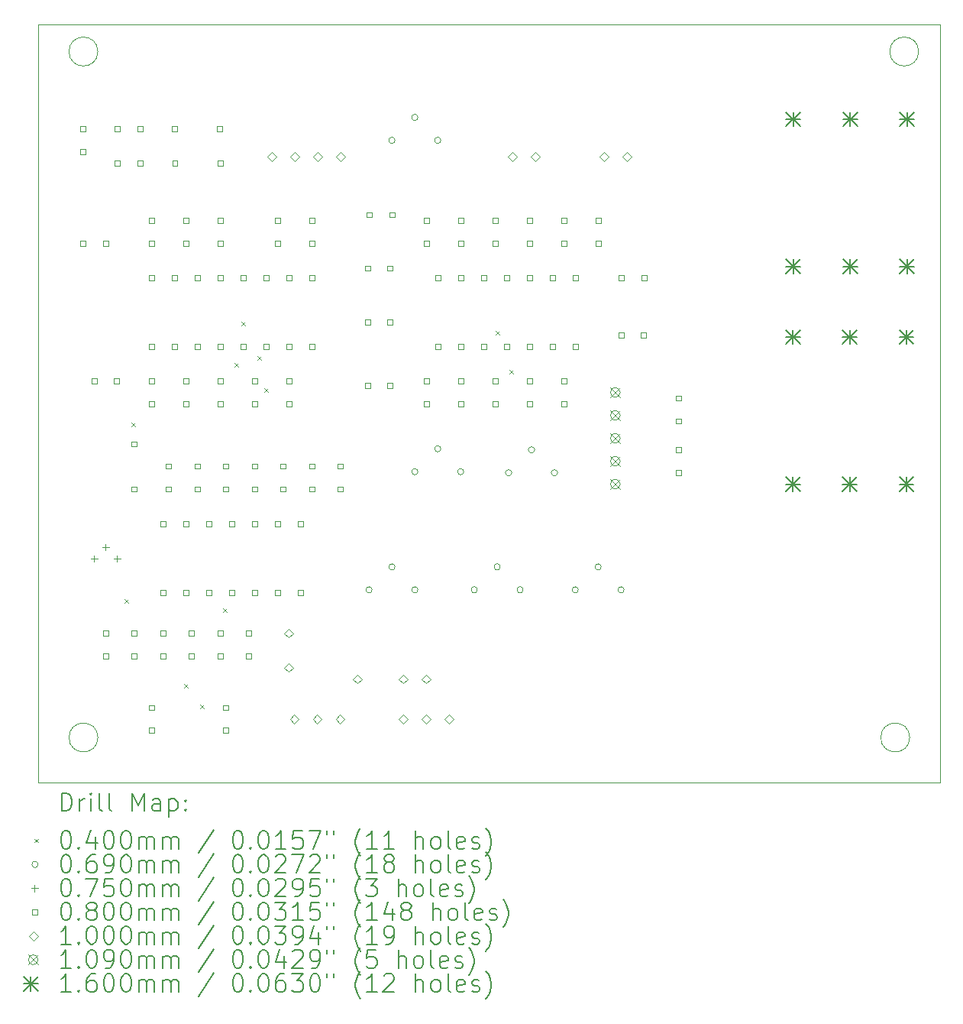
<source format=gbr>
%TF.GenerationSoftware,KiCad,Pcbnew,8.0.8*%
%TF.CreationDate,2025-01-25T18:59:32+09:00*%
%TF.ProjectId,LM13700_VCA,4c4d3133-3730-4305-9f56-43412e6b6963,rev?*%
%TF.SameCoordinates,Original*%
%TF.FileFunction,Drillmap*%
%TF.FilePolarity,Positive*%
%FSLAX45Y45*%
G04 Gerber Fmt 4.5, Leading zero omitted, Abs format (unit mm)*
G04 Created by KiCad (PCBNEW 8.0.8) date 2025-01-25 18:59:32*
%MOMM*%
%LPD*%
G01*
G04 APERTURE LIST*
%ADD10C,0.050000*%
%ADD11C,0.200000*%
%ADD12C,0.100000*%
%ADD13C,0.109000*%
%ADD14C,0.160000*%
G04 APERTURE END LIST*
D10*
X13460000Y-2700000D02*
G75*
G02*
X13140000Y-2700000I-160000J0D01*
G01*
X13140000Y-2700000D02*
G75*
G02*
X13460000Y-2700000I160000J0D01*
G01*
X4360000Y-10300000D02*
G75*
G02*
X4040000Y-10300000I-160000J0D01*
G01*
X4040000Y-10300000D02*
G75*
G02*
X4360000Y-10300000I160000J0D01*
G01*
X13360000Y-10300000D02*
G75*
G02*
X13040000Y-10300000I-160000J0D01*
G01*
X13040000Y-10300000D02*
G75*
G02*
X13360000Y-10300000I160000J0D01*
G01*
X3700000Y-2400000D02*
X13700000Y-2400000D01*
X13700000Y-10800000D01*
X3700000Y-10800000D01*
X3700000Y-2400000D01*
X4360000Y-2700000D02*
G75*
G02*
X4040000Y-2700000I-160000J0D01*
G01*
X4040000Y-2700000D02*
G75*
G02*
X4360000Y-2700000I160000J0D01*
G01*
D11*
D12*
X4653600Y-8768400D02*
X4693600Y-8808400D01*
X4693600Y-8768400D02*
X4653600Y-8808400D01*
X4729800Y-6812600D02*
X4769800Y-6852600D01*
X4769800Y-6812600D02*
X4729800Y-6852600D01*
X5314000Y-9708200D02*
X5354000Y-9748200D01*
X5354000Y-9708200D02*
X5314000Y-9748200D01*
X5491800Y-9936800D02*
X5531800Y-9976800D01*
X5531800Y-9936800D02*
X5491800Y-9976800D01*
X5745800Y-8870000D02*
X5785800Y-8910000D01*
X5785800Y-8870000D02*
X5745800Y-8910000D01*
X5872800Y-6152200D02*
X5912800Y-6192200D01*
X5912800Y-6152200D02*
X5872800Y-6192200D01*
X5949000Y-5695000D02*
X5989000Y-5735000D01*
X5989000Y-5695000D02*
X5949000Y-5735000D01*
X6126800Y-6076000D02*
X6166800Y-6116000D01*
X6166800Y-6076000D02*
X6126800Y-6116000D01*
X6203000Y-6431600D02*
X6243000Y-6471600D01*
X6243000Y-6431600D02*
X6203000Y-6471600D01*
X8768400Y-5796600D02*
X8808400Y-5836600D01*
X8808400Y-5796600D02*
X8768400Y-5836600D01*
X8920800Y-6228400D02*
X8960800Y-6268400D01*
X8960800Y-6228400D02*
X8920800Y-6268400D01*
X7400500Y-8664000D02*
G75*
G02*
X7331500Y-8664000I-34500J0D01*
G01*
X7331500Y-8664000D02*
G75*
G02*
X7400500Y-8664000I34500J0D01*
G01*
X7654500Y-3683000D02*
G75*
G02*
X7585500Y-3683000I-34500J0D01*
G01*
X7585500Y-3683000D02*
G75*
G02*
X7654500Y-3683000I34500J0D01*
G01*
X7654500Y-8410000D02*
G75*
G02*
X7585500Y-8410000I-34500J0D01*
G01*
X7585500Y-8410000D02*
G75*
G02*
X7654500Y-8410000I34500J0D01*
G01*
X7908500Y-3429000D02*
G75*
G02*
X7839500Y-3429000I-34500J0D01*
G01*
X7839500Y-3429000D02*
G75*
G02*
X7908500Y-3429000I34500J0D01*
G01*
X7908500Y-7355000D02*
G75*
G02*
X7839500Y-7355000I-34500J0D01*
G01*
X7839500Y-7355000D02*
G75*
G02*
X7908500Y-7355000I34500J0D01*
G01*
X7908500Y-8664000D02*
G75*
G02*
X7839500Y-8664000I-34500J0D01*
G01*
X7839500Y-8664000D02*
G75*
G02*
X7908500Y-8664000I34500J0D01*
G01*
X8162500Y-3683000D02*
G75*
G02*
X8093500Y-3683000I-34500J0D01*
G01*
X8093500Y-3683000D02*
G75*
G02*
X8162500Y-3683000I34500J0D01*
G01*
X8162500Y-7101000D02*
G75*
G02*
X8093500Y-7101000I-34500J0D01*
G01*
X8093500Y-7101000D02*
G75*
G02*
X8162500Y-7101000I34500J0D01*
G01*
X8416500Y-7355000D02*
G75*
G02*
X8347500Y-7355000I-34500J0D01*
G01*
X8347500Y-7355000D02*
G75*
G02*
X8416500Y-7355000I34500J0D01*
G01*
X8567450Y-8664000D02*
G75*
G02*
X8498450Y-8664000I-34500J0D01*
G01*
X8498450Y-8664000D02*
G75*
G02*
X8567450Y-8664000I34500J0D01*
G01*
X8821450Y-8410000D02*
G75*
G02*
X8752450Y-8410000I-34500J0D01*
G01*
X8752450Y-8410000D02*
G75*
G02*
X8821450Y-8410000I34500J0D01*
G01*
X8948450Y-7366000D02*
G75*
G02*
X8879450Y-7366000I-34500J0D01*
G01*
X8879450Y-7366000D02*
G75*
G02*
X8948450Y-7366000I34500J0D01*
G01*
X9075450Y-8664000D02*
G75*
G02*
X9006450Y-8664000I-34500J0D01*
G01*
X9006450Y-8664000D02*
G75*
G02*
X9075450Y-8664000I34500J0D01*
G01*
X9202450Y-7112000D02*
G75*
G02*
X9133450Y-7112000I-34500J0D01*
G01*
X9133450Y-7112000D02*
G75*
G02*
X9202450Y-7112000I34500J0D01*
G01*
X9456450Y-7366000D02*
G75*
G02*
X9387450Y-7366000I-34500J0D01*
G01*
X9387450Y-7366000D02*
G75*
G02*
X9456450Y-7366000I34500J0D01*
G01*
X9686500Y-8664000D02*
G75*
G02*
X9617500Y-8664000I-34500J0D01*
G01*
X9617500Y-8664000D02*
G75*
G02*
X9686500Y-8664000I34500J0D01*
G01*
X9940500Y-8410000D02*
G75*
G02*
X9871500Y-8410000I-34500J0D01*
G01*
X9871500Y-8410000D02*
G75*
G02*
X9940500Y-8410000I34500J0D01*
G01*
X10194500Y-8664000D02*
G75*
G02*
X10125500Y-8664000I-34500J0D01*
G01*
X10125500Y-8664000D02*
G75*
G02*
X10194500Y-8664000I34500J0D01*
G01*
X4318000Y-8281000D02*
X4318000Y-8356000D01*
X4280500Y-8318500D02*
X4355500Y-8318500D01*
X4445000Y-8154000D02*
X4445000Y-8229000D01*
X4407500Y-8191500D02*
X4482500Y-8191500D01*
X4572000Y-8281000D02*
X4572000Y-8356000D01*
X4534500Y-8318500D02*
X4609500Y-8318500D01*
X4223285Y-3584284D02*
X4223285Y-3527715D01*
X4166715Y-3527715D01*
X4166715Y-3584284D01*
X4223285Y-3584284D01*
X4223285Y-3838284D02*
X4223285Y-3781715D01*
X4166715Y-3781715D01*
X4166715Y-3838284D01*
X4223285Y-3838284D01*
X4223285Y-4854285D02*
X4223285Y-4797716D01*
X4166715Y-4797716D01*
X4166715Y-4854285D01*
X4223285Y-4854285D01*
X4346285Y-6378284D02*
X4346285Y-6321715D01*
X4289716Y-6321715D01*
X4289716Y-6378284D01*
X4346285Y-6378284D01*
X4473285Y-4854285D02*
X4473285Y-4797716D01*
X4416716Y-4797716D01*
X4416716Y-4854285D01*
X4473285Y-4854285D01*
X4473285Y-9172285D02*
X4473285Y-9115716D01*
X4416716Y-9115716D01*
X4416716Y-9172285D01*
X4473285Y-9172285D01*
X4473285Y-9426285D02*
X4473285Y-9369716D01*
X4416716Y-9369716D01*
X4416716Y-9426285D01*
X4473285Y-9426285D01*
X4596285Y-6378284D02*
X4596285Y-6321715D01*
X4539716Y-6321715D01*
X4539716Y-6378284D01*
X4596285Y-6378284D01*
X4600285Y-3584284D02*
X4600285Y-3527715D01*
X4543716Y-3527715D01*
X4543716Y-3584284D01*
X4600285Y-3584284D01*
X4600285Y-3965284D02*
X4600285Y-3908715D01*
X4543716Y-3908715D01*
X4543716Y-3965284D01*
X4600285Y-3965284D01*
X4790785Y-7076784D02*
X4790785Y-7020215D01*
X4734216Y-7020215D01*
X4734216Y-7076784D01*
X4790785Y-7076784D01*
X4790785Y-7576784D02*
X4790785Y-7520215D01*
X4734216Y-7520215D01*
X4734216Y-7576784D01*
X4790785Y-7576784D01*
X4790785Y-9172285D02*
X4790785Y-9115716D01*
X4734216Y-9115716D01*
X4734216Y-9172285D01*
X4790785Y-9172285D01*
X4790785Y-9426285D02*
X4790785Y-9369716D01*
X4734216Y-9369716D01*
X4734216Y-9426285D01*
X4790785Y-9426285D01*
X4854285Y-3584284D02*
X4854285Y-3527715D01*
X4797716Y-3527715D01*
X4797716Y-3584284D01*
X4854285Y-3584284D01*
X4854285Y-3965284D02*
X4854285Y-3908715D01*
X4797716Y-3908715D01*
X4797716Y-3965284D01*
X4854285Y-3965284D01*
X4981285Y-4600285D02*
X4981285Y-4543716D01*
X4924716Y-4543716D01*
X4924716Y-4600285D01*
X4981285Y-4600285D01*
X4981285Y-4854285D02*
X4981285Y-4797716D01*
X4924716Y-4797716D01*
X4924716Y-4854285D01*
X4981285Y-4854285D01*
X4981285Y-5235285D02*
X4981285Y-5178716D01*
X4924716Y-5178716D01*
X4924716Y-5235285D01*
X4981285Y-5235285D01*
X4981285Y-5997284D02*
X4981285Y-5940715D01*
X4924716Y-5940715D01*
X4924716Y-5997284D01*
X4981285Y-5997284D01*
X4981285Y-6378284D02*
X4981285Y-6321715D01*
X4924716Y-6321715D01*
X4924716Y-6378284D01*
X4981285Y-6378284D01*
X4981285Y-6632284D02*
X4981285Y-6575715D01*
X4924716Y-6575715D01*
X4924716Y-6632284D01*
X4981285Y-6632284D01*
X4981285Y-9997785D02*
X4981285Y-9941216D01*
X4924716Y-9941216D01*
X4924716Y-9997785D01*
X4981285Y-9997785D01*
X4981285Y-10247785D02*
X4981285Y-10191216D01*
X4924716Y-10191216D01*
X4924716Y-10247785D01*
X4981285Y-10247785D01*
X5108285Y-9172285D02*
X5108285Y-9115716D01*
X5051716Y-9115716D01*
X5051716Y-9172285D01*
X5108285Y-9172285D01*
X5108285Y-9426285D02*
X5108285Y-9369716D01*
X5051716Y-9369716D01*
X5051716Y-9426285D01*
X5108285Y-9426285D01*
X5108785Y-7958784D02*
X5108785Y-7902215D01*
X5052216Y-7902215D01*
X5052216Y-7958784D01*
X5108785Y-7958784D01*
X5108785Y-8720785D02*
X5108785Y-8664216D01*
X5052216Y-8664216D01*
X5052216Y-8720785D01*
X5108785Y-8720785D01*
X5171785Y-7322784D02*
X5171785Y-7266215D01*
X5115216Y-7266215D01*
X5115216Y-7322784D01*
X5171785Y-7322784D01*
X5171785Y-7576784D02*
X5171785Y-7520215D01*
X5115216Y-7520215D01*
X5115216Y-7576784D01*
X5171785Y-7576784D01*
X5235285Y-3584284D02*
X5235285Y-3527715D01*
X5178716Y-3527715D01*
X5178716Y-3584284D01*
X5235285Y-3584284D01*
X5235285Y-5235285D02*
X5235285Y-5178716D01*
X5178716Y-5178716D01*
X5178716Y-5235285D01*
X5235285Y-5235285D01*
X5235285Y-5997284D02*
X5235285Y-5940715D01*
X5178716Y-5940715D01*
X5178716Y-5997284D01*
X5235285Y-5997284D01*
X5243285Y-3965284D02*
X5243285Y-3908715D01*
X5186716Y-3908715D01*
X5186716Y-3965284D01*
X5243285Y-3965284D01*
X5362285Y-4600285D02*
X5362285Y-4543716D01*
X5305716Y-4543716D01*
X5305716Y-4600285D01*
X5362285Y-4600285D01*
X5362285Y-4854285D02*
X5362285Y-4797716D01*
X5305716Y-4797716D01*
X5305716Y-4854285D01*
X5362285Y-4854285D01*
X5362285Y-6378284D02*
X5362285Y-6321715D01*
X5305716Y-6321715D01*
X5305716Y-6378284D01*
X5362285Y-6378284D01*
X5362285Y-6632284D02*
X5362285Y-6575715D01*
X5305716Y-6575715D01*
X5305716Y-6632284D01*
X5362285Y-6632284D01*
X5362785Y-7958784D02*
X5362785Y-7902215D01*
X5306216Y-7902215D01*
X5306216Y-7958784D01*
X5362785Y-7958784D01*
X5362785Y-8720785D02*
X5362785Y-8664216D01*
X5306216Y-8664216D01*
X5306216Y-8720785D01*
X5362785Y-8720785D01*
X5425785Y-9172285D02*
X5425785Y-9115716D01*
X5369216Y-9115716D01*
X5369216Y-9172285D01*
X5425785Y-9172285D01*
X5425785Y-9426285D02*
X5425785Y-9369716D01*
X5369216Y-9369716D01*
X5369216Y-9426285D01*
X5425785Y-9426285D01*
X5489285Y-5235285D02*
X5489285Y-5178716D01*
X5432716Y-5178716D01*
X5432716Y-5235285D01*
X5489285Y-5235285D01*
X5489285Y-5997284D02*
X5489285Y-5940715D01*
X5432716Y-5940715D01*
X5432716Y-5997284D01*
X5489285Y-5997284D01*
X5489285Y-7322784D02*
X5489285Y-7266215D01*
X5432716Y-7266215D01*
X5432716Y-7322784D01*
X5489285Y-7322784D01*
X5489285Y-7576784D02*
X5489285Y-7520215D01*
X5432716Y-7520215D01*
X5432716Y-7576784D01*
X5489285Y-7576784D01*
X5616784Y-7958784D02*
X5616784Y-7902215D01*
X5560216Y-7902215D01*
X5560216Y-7958784D01*
X5616784Y-7958784D01*
X5616784Y-8720785D02*
X5616784Y-8664216D01*
X5560216Y-8664216D01*
X5560216Y-8720785D01*
X5616784Y-8720785D01*
X5735284Y-3584284D02*
X5735284Y-3527715D01*
X5678715Y-3527715D01*
X5678715Y-3584284D01*
X5735284Y-3584284D01*
X5743284Y-3965284D02*
X5743284Y-3908715D01*
X5686715Y-3908715D01*
X5686715Y-3965284D01*
X5743284Y-3965284D01*
X5743284Y-4600285D02*
X5743284Y-4543716D01*
X5686715Y-4543716D01*
X5686715Y-4600285D01*
X5743284Y-4600285D01*
X5743284Y-4854285D02*
X5743284Y-4797716D01*
X5686715Y-4797716D01*
X5686715Y-4854285D01*
X5743284Y-4854285D01*
X5743284Y-5235285D02*
X5743284Y-5178716D01*
X5686715Y-5178716D01*
X5686715Y-5235285D01*
X5743284Y-5235285D01*
X5743284Y-5997284D02*
X5743284Y-5940715D01*
X5686715Y-5940715D01*
X5686715Y-5997284D01*
X5743284Y-5997284D01*
X5743284Y-6378284D02*
X5743284Y-6321715D01*
X5686715Y-6321715D01*
X5686715Y-6378284D01*
X5743284Y-6378284D01*
X5743284Y-6632284D02*
X5743284Y-6575715D01*
X5686715Y-6575715D01*
X5686715Y-6632284D01*
X5743284Y-6632284D01*
X5743284Y-9172285D02*
X5743284Y-9115716D01*
X5686715Y-9115716D01*
X5686715Y-9172285D01*
X5743284Y-9172285D01*
X5743284Y-9426285D02*
X5743284Y-9369716D01*
X5686715Y-9369716D01*
X5686715Y-9426285D01*
X5743284Y-9426285D01*
X5806784Y-7322784D02*
X5806784Y-7266215D01*
X5750215Y-7266215D01*
X5750215Y-7322784D01*
X5806784Y-7322784D01*
X5806784Y-7576784D02*
X5806784Y-7520215D01*
X5750215Y-7520215D01*
X5750215Y-7576784D01*
X5806784Y-7576784D01*
X5806784Y-9997785D02*
X5806784Y-9941216D01*
X5750215Y-9941216D01*
X5750215Y-9997785D01*
X5806784Y-9997785D01*
X5806784Y-10247785D02*
X5806784Y-10191216D01*
X5750215Y-10191216D01*
X5750215Y-10247785D01*
X5806784Y-10247785D01*
X5870784Y-7958784D02*
X5870784Y-7902215D01*
X5814215Y-7902215D01*
X5814215Y-7958784D01*
X5870784Y-7958784D01*
X5870784Y-8720785D02*
X5870784Y-8664216D01*
X5814215Y-8664216D01*
X5814215Y-8720785D01*
X5870784Y-8720785D01*
X5997284Y-5235285D02*
X5997284Y-5178716D01*
X5940715Y-5178716D01*
X5940715Y-5235285D01*
X5997284Y-5235285D01*
X5997284Y-5997284D02*
X5997284Y-5940715D01*
X5940715Y-5940715D01*
X5940715Y-5997284D01*
X5997284Y-5997284D01*
X6060784Y-9172285D02*
X6060784Y-9115716D01*
X6004215Y-9115716D01*
X6004215Y-9172285D01*
X6060784Y-9172285D01*
X6060784Y-9426285D02*
X6060784Y-9369716D01*
X6004215Y-9369716D01*
X6004215Y-9426285D01*
X6060784Y-9426285D01*
X6124284Y-6378284D02*
X6124284Y-6321715D01*
X6067715Y-6321715D01*
X6067715Y-6378284D01*
X6124284Y-6378284D01*
X6124284Y-6632284D02*
X6124284Y-6575715D01*
X6067715Y-6575715D01*
X6067715Y-6632284D01*
X6124284Y-6632284D01*
X6124284Y-7322784D02*
X6124284Y-7266215D01*
X6067715Y-7266215D01*
X6067715Y-7322784D01*
X6124284Y-7322784D01*
X6124284Y-7576784D02*
X6124284Y-7520215D01*
X6067715Y-7520215D01*
X6067715Y-7576784D01*
X6124284Y-7576784D01*
X6124784Y-7958784D02*
X6124784Y-7902215D01*
X6068215Y-7902215D01*
X6068215Y-7958784D01*
X6124784Y-7958784D01*
X6124784Y-8720785D02*
X6124784Y-8664216D01*
X6068215Y-8664216D01*
X6068215Y-8720785D01*
X6124784Y-8720785D01*
X6251284Y-5235285D02*
X6251284Y-5178716D01*
X6194715Y-5178716D01*
X6194715Y-5235285D01*
X6251284Y-5235285D01*
X6251284Y-5997284D02*
X6251284Y-5940715D01*
X6194715Y-5940715D01*
X6194715Y-5997284D01*
X6251284Y-5997284D01*
X6378284Y-4600285D02*
X6378284Y-4543716D01*
X6321715Y-4543716D01*
X6321715Y-4600285D01*
X6378284Y-4600285D01*
X6378284Y-4854285D02*
X6378284Y-4797716D01*
X6321715Y-4797716D01*
X6321715Y-4854285D01*
X6378284Y-4854285D01*
X6378784Y-7958784D02*
X6378784Y-7902215D01*
X6322215Y-7902215D01*
X6322215Y-7958784D01*
X6378784Y-7958784D01*
X6378784Y-8720785D02*
X6378784Y-8664216D01*
X6322215Y-8664216D01*
X6322215Y-8720785D01*
X6378784Y-8720785D01*
X6441784Y-7322784D02*
X6441784Y-7266215D01*
X6385215Y-7266215D01*
X6385215Y-7322784D01*
X6441784Y-7322784D01*
X6441784Y-7576784D02*
X6441784Y-7520215D01*
X6385215Y-7520215D01*
X6385215Y-7576784D01*
X6441784Y-7576784D01*
X6505284Y-5235285D02*
X6505284Y-5178716D01*
X6448715Y-5178716D01*
X6448715Y-5235285D01*
X6505284Y-5235285D01*
X6505284Y-5997284D02*
X6505284Y-5940715D01*
X6448715Y-5940715D01*
X6448715Y-5997284D01*
X6505284Y-5997284D01*
X6505284Y-6378284D02*
X6505284Y-6321715D01*
X6448715Y-6321715D01*
X6448715Y-6378284D01*
X6505284Y-6378284D01*
X6505284Y-6632284D02*
X6505284Y-6575715D01*
X6448715Y-6575715D01*
X6448715Y-6632284D01*
X6505284Y-6632284D01*
X6632784Y-7958784D02*
X6632784Y-7902215D01*
X6576215Y-7902215D01*
X6576215Y-7958784D01*
X6632784Y-7958784D01*
X6632784Y-8720785D02*
X6632784Y-8664216D01*
X6576215Y-8664216D01*
X6576215Y-8720785D01*
X6632784Y-8720785D01*
X6759284Y-4600285D02*
X6759284Y-4543716D01*
X6702715Y-4543716D01*
X6702715Y-4600285D01*
X6759284Y-4600285D01*
X6759284Y-4854285D02*
X6759284Y-4797716D01*
X6702715Y-4797716D01*
X6702715Y-4854285D01*
X6759284Y-4854285D01*
X6759284Y-5235285D02*
X6759284Y-5178716D01*
X6702715Y-5178716D01*
X6702715Y-5235285D01*
X6759284Y-5235285D01*
X6759284Y-5997284D02*
X6759284Y-5940715D01*
X6702715Y-5940715D01*
X6702715Y-5997284D01*
X6759284Y-5997284D01*
X6759284Y-7322784D02*
X6759284Y-7266215D01*
X6702715Y-7266215D01*
X6702715Y-7322784D01*
X6759284Y-7322784D01*
X6759284Y-7576784D02*
X6759284Y-7520215D01*
X6702715Y-7520215D01*
X6702715Y-7576784D01*
X6759284Y-7576784D01*
X7076784Y-7322784D02*
X7076784Y-7266215D01*
X7020215Y-7266215D01*
X7020215Y-7322784D01*
X7076784Y-7322784D01*
X7076784Y-7576784D02*
X7076784Y-7520215D01*
X7020215Y-7520215D01*
X7020215Y-7576784D01*
X7076784Y-7576784D01*
X7378284Y-5128285D02*
X7378284Y-5071716D01*
X7321715Y-5071716D01*
X7321715Y-5128285D01*
X7378284Y-5128285D01*
X7378284Y-5728284D02*
X7378284Y-5671715D01*
X7321715Y-5671715D01*
X7321715Y-5728284D01*
X7378284Y-5728284D01*
X7378284Y-6428284D02*
X7378284Y-6371715D01*
X7321715Y-6371715D01*
X7321715Y-6428284D01*
X7378284Y-6428284D01*
X7398284Y-4536785D02*
X7398284Y-4480216D01*
X7341715Y-4480216D01*
X7341715Y-4536785D01*
X7398284Y-4536785D01*
X7628284Y-5128285D02*
X7628284Y-5071716D01*
X7571715Y-5071716D01*
X7571715Y-5128285D01*
X7628284Y-5128285D01*
X7628284Y-5728284D02*
X7628284Y-5671715D01*
X7571715Y-5671715D01*
X7571715Y-5728284D01*
X7628284Y-5728284D01*
X7628284Y-6428284D02*
X7628284Y-6371715D01*
X7571715Y-6371715D01*
X7571715Y-6428284D01*
X7628284Y-6428284D01*
X7648284Y-4536785D02*
X7648284Y-4480216D01*
X7591715Y-4480216D01*
X7591715Y-4536785D01*
X7648284Y-4536785D01*
X8029284Y-4600285D02*
X8029284Y-4543716D01*
X7972715Y-4543716D01*
X7972715Y-4600285D01*
X8029284Y-4600285D01*
X8029284Y-4854285D02*
X8029284Y-4797716D01*
X7972715Y-4797716D01*
X7972715Y-4854285D01*
X8029284Y-4854285D01*
X8029284Y-6378284D02*
X8029284Y-6321715D01*
X7972715Y-6321715D01*
X7972715Y-6378284D01*
X8029284Y-6378284D01*
X8029284Y-6632284D02*
X8029284Y-6575715D01*
X7972715Y-6575715D01*
X7972715Y-6632284D01*
X8029284Y-6632284D01*
X8156284Y-5235285D02*
X8156284Y-5178716D01*
X8099715Y-5178716D01*
X8099715Y-5235285D01*
X8156284Y-5235285D01*
X8156284Y-5997284D02*
X8156284Y-5940715D01*
X8099715Y-5940715D01*
X8099715Y-5997284D01*
X8156284Y-5997284D01*
X8410285Y-4600285D02*
X8410285Y-4543716D01*
X8353715Y-4543716D01*
X8353715Y-4600285D01*
X8410285Y-4600285D01*
X8410285Y-4854285D02*
X8410285Y-4797716D01*
X8353715Y-4797716D01*
X8353715Y-4854285D01*
X8410285Y-4854285D01*
X8410285Y-5235285D02*
X8410285Y-5178716D01*
X8353715Y-5178716D01*
X8353715Y-5235285D01*
X8410285Y-5235285D01*
X8410285Y-5997284D02*
X8410285Y-5940715D01*
X8353715Y-5940715D01*
X8353715Y-5997284D01*
X8410285Y-5997284D01*
X8410285Y-6378284D02*
X8410285Y-6321715D01*
X8353715Y-6321715D01*
X8353715Y-6378284D01*
X8410285Y-6378284D01*
X8410285Y-6632284D02*
X8410285Y-6575715D01*
X8353715Y-6575715D01*
X8353715Y-6632284D01*
X8410285Y-6632284D01*
X8664285Y-5235285D02*
X8664285Y-5178716D01*
X8607716Y-5178716D01*
X8607716Y-5235285D01*
X8664285Y-5235285D01*
X8664285Y-5997284D02*
X8664285Y-5940715D01*
X8607716Y-5940715D01*
X8607716Y-5997284D01*
X8664285Y-5997284D01*
X8791285Y-4600285D02*
X8791285Y-4543716D01*
X8734716Y-4543716D01*
X8734716Y-4600285D01*
X8791285Y-4600285D01*
X8791285Y-4854285D02*
X8791285Y-4797716D01*
X8734716Y-4797716D01*
X8734716Y-4854285D01*
X8791285Y-4854285D01*
X8791285Y-6378284D02*
X8791285Y-6321715D01*
X8734716Y-6321715D01*
X8734716Y-6378284D01*
X8791285Y-6378284D01*
X8791285Y-6632284D02*
X8791285Y-6575715D01*
X8734716Y-6575715D01*
X8734716Y-6632284D01*
X8791285Y-6632284D01*
X8918285Y-5235285D02*
X8918285Y-5178716D01*
X8861716Y-5178716D01*
X8861716Y-5235285D01*
X8918285Y-5235285D01*
X8918285Y-5997284D02*
X8918285Y-5940715D01*
X8861716Y-5940715D01*
X8861716Y-5997284D01*
X8918285Y-5997284D01*
X9172285Y-4600285D02*
X9172285Y-4543716D01*
X9115716Y-4543716D01*
X9115716Y-4600285D01*
X9172285Y-4600285D01*
X9172285Y-4854285D02*
X9172285Y-4797716D01*
X9115716Y-4797716D01*
X9115716Y-4854285D01*
X9172285Y-4854285D01*
X9172285Y-5235285D02*
X9172285Y-5178716D01*
X9115716Y-5178716D01*
X9115716Y-5235285D01*
X9172285Y-5235285D01*
X9172285Y-5997284D02*
X9172285Y-5940715D01*
X9115716Y-5940715D01*
X9115716Y-5997284D01*
X9172285Y-5997284D01*
X9172285Y-6378284D02*
X9172285Y-6321715D01*
X9115716Y-6321715D01*
X9115716Y-6378284D01*
X9172285Y-6378284D01*
X9172285Y-6632284D02*
X9172285Y-6575715D01*
X9115716Y-6575715D01*
X9115716Y-6632284D01*
X9172285Y-6632284D01*
X9426285Y-5235285D02*
X9426285Y-5178716D01*
X9369716Y-5178716D01*
X9369716Y-5235285D01*
X9426285Y-5235285D01*
X9426285Y-5997284D02*
X9426285Y-5940715D01*
X9369716Y-5940715D01*
X9369716Y-5997284D01*
X9426285Y-5997284D01*
X9553285Y-4600285D02*
X9553285Y-4543716D01*
X9496716Y-4543716D01*
X9496716Y-4600285D01*
X9553285Y-4600285D01*
X9553285Y-4854285D02*
X9553285Y-4797716D01*
X9496716Y-4797716D01*
X9496716Y-4854285D01*
X9553285Y-4854285D01*
X9553285Y-6378284D02*
X9553285Y-6321715D01*
X9496716Y-6321715D01*
X9496716Y-6378284D01*
X9553285Y-6378284D01*
X9553285Y-6632284D02*
X9553285Y-6575715D01*
X9496716Y-6575715D01*
X9496716Y-6632284D01*
X9553285Y-6632284D01*
X9680285Y-5235285D02*
X9680285Y-5178716D01*
X9623716Y-5178716D01*
X9623716Y-5235285D01*
X9680285Y-5235285D01*
X9680285Y-5997284D02*
X9680285Y-5940715D01*
X9623716Y-5940715D01*
X9623716Y-5997284D01*
X9680285Y-5997284D01*
X9934285Y-4600285D02*
X9934285Y-4543716D01*
X9877716Y-4543716D01*
X9877716Y-4600285D01*
X9934285Y-4600285D01*
X9934285Y-4854285D02*
X9934285Y-4797716D01*
X9877716Y-4797716D01*
X9877716Y-4854285D01*
X9934285Y-4854285D01*
X10188285Y-5235285D02*
X10188285Y-5178716D01*
X10131716Y-5178716D01*
X10131716Y-5235285D01*
X10188285Y-5235285D01*
X10188285Y-5870284D02*
X10188285Y-5813715D01*
X10131716Y-5813715D01*
X10131716Y-5870284D01*
X10188285Y-5870284D01*
X10438285Y-5870284D02*
X10438285Y-5813715D01*
X10381716Y-5813715D01*
X10381716Y-5870284D01*
X10438285Y-5870284D01*
X10442285Y-5235285D02*
X10442285Y-5178716D01*
X10385716Y-5178716D01*
X10385716Y-5235285D01*
X10442285Y-5235285D01*
X10823285Y-6568784D02*
X10823285Y-6512215D01*
X10766716Y-6512215D01*
X10766716Y-6568784D01*
X10823285Y-6568784D01*
X10823285Y-6822784D02*
X10823285Y-6766215D01*
X10766716Y-6766215D01*
X10766716Y-6822784D01*
X10823285Y-6822784D01*
X10823285Y-7140284D02*
X10823285Y-7083715D01*
X10766716Y-7083715D01*
X10766716Y-7140284D01*
X10823285Y-7140284D01*
X10823285Y-7394284D02*
X10823285Y-7337715D01*
X10766716Y-7337715D01*
X10766716Y-7394284D01*
X10823285Y-7394284D01*
X6286500Y-3916500D02*
X6336500Y-3866500D01*
X6286500Y-3816500D01*
X6236500Y-3866500D01*
X6286500Y-3916500D01*
X6477000Y-9194000D02*
X6527000Y-9144000D01*
X6477000Y-9094000D01*
X6427000Y-9144000D01*
X6477000Y-9194000D01*
X6477000Y-9575000D02*
X6527000Y-9525000D01*
X6477000Y-9475000D01*
X6427000Y-9525000D01*
X6477000Y-9575000D01*
X6539000Y-10149000D02*
X6589000Y-10099000D01*
X6539000Y-10049000D01*
X6489000Y-10099000D01*
X6539000Y-10149000D01*
X6540500Y-3916500D02*
X6590500Y-3866500D01*
X6540500Y-3816500D01*
X6490500Y-3866500D01*
X6540500Y-3916500D01*
X6793000Y-10149000D02*
X6843000Y-10099000D01*
X6793000Y-10049000D01*
X6743000Y-10099000D01*
X6793000Y-10149000D01*
X6794500Y-3916500D02*
X6844500Y-3866500D01*
X6794500Y-3816500D01*
X6744500Y-3866500D01*
X6794500Y-3916500D01*
X7047000Y-10149000D02*
X7097000Y-10099000D01*
X7047000Y-10049000D01*
X6997000Y-10099000D01*
X7047000Y-10149000D01*
X7048500Y-3916500D02*
X7098500Y-3866500D01*
X7048500Y-3816500D01*
X6998500Y-3866500D01*
X7048500Y-3916500D01*
X7239000Y-9702000D02*
X7289000Y-9652000D01*
X7239000Y-9602000D01*
X7189000Y-9652000D01*
X7239000Y-9702000D01*
X7747000Y-9702000D02*
X7797000Y-9652000D01*
X7747000Y-9602000D01*
X7697000Y-9652000D01*
X7747000Y-9702000D01*
X7747000Y-10146500D02*
X7797000Y-10096500D01*
X7747000Y-10046500D01*
X7697000Y-10096500D01*
X7747000Y-10146500D01*
X8001000Y-9702000D02*
X8051000Y-9652000D01*
X8001000Y-9602000D01*
X7951000Y-9652000D01*
X8001000Y-9702000D01*
X8001000Y-10146500D02*
X8051000Y-10096500D01*
X8001000Y-10046500D01*
X7951000Y-10096500D01*
X8001000Y-10146500D01*
X8255000Y-10146500D02*
X8305000Y-10096500D01*
X8255000Y-10046500D01*
X8205000Y-10096500D01*
X8255000Y-10146500D01*
X8953000Y-3916500D02*
X9003000Y-3866500D01*
X8953000Y-3816500D01*
X8903000Y-3866500D01*
X8953000Y-3916500D01*
X9207000Y-3916500D02*
X9257000Y-3866500D01*
X9207000Y-3816500D01*
X9157000Y-3866500D01*
X9207000Y-3916500D01*
X9969500Y-3916500D02*
X10019500Y-3866500D01*
X9969500Y-3816500D01*
X9919500Y-3866500D01*
X9969500Y-3916500D01*
X10223500Y-3916500D02*
X10273500Y-3866500D01*
X10223500Y-3816500D01*
X10173500Y-3866500D01*
X10223500Y-3916500D01*
D13*
X10042000Y-6422500D02*
X10151000Y-6531500D01*
X10151000Y-6422500D02*
X10042000Y-6531500D01*
X10151000Y-6477000D02*
G75*
G02*
X10042000Y-6477000I-54500J0D01*
G01*
X10042000Y-6477000D02*
G75*
G02*
X10151000Y-6477000I54500J0D01*
G01*
X10042000Y-6676500D02*
X10151000Y-6785500D01*
X10151000Y-6676500D02*
X10042000Y-6785500D01*
X10151000Y-6731000D02*
G75*
G02*
X10042000Y-6731000I-54500J0D01*
G01*
X10042000Y-6731000D02*
G75*
G02*
X10151000Y-6731000I54500J0D01*
G01*
X10042000Y-6930500D02*
X10151000Y-7039500D01*
X10151000Y-6930500D02*
X10042000Y-7039500D01*
X10151000Y-6985000D02*
G75*
G02*
X10042000Y-6985000I-54500J0D01*
G01*
X10042000Y-6985000D02*
G75*
G02*
X10151000Y-6985000I54500J0D01*
G01*
X10042000Y-7184500D02*
X10151000Y-7293500D01*
X10151000Y-7184500D02*
X10042000Y-7293500D01*
X10151000Y-7239000D02*
G75*
G02*
X10042000Y-7239000I-54500J0D01*
G01*
X10042000Y-7239000D02*
G75*
G02*
X10151000Y-7239000I54500J0D01*
G01*
X10042000Y-7438500D02*
X10151000Y-7547500D01*
X10151000Y-7438500D02*
X10042000Y-7547500D01*
X10151000Y-7493000D02*
G75*
G02*
X10042000Y-7493000I-54500J0D01*
G01*
X10042000Y-7493000D02*
G75*
G02*
X10151000Y-7493000I54500J0D01*
G01*
D14*
X11985000Y-5783000D02*
X12145000Y-5943000D01*
X12145000Y-5783000D02*
X11985000Y-5943000D01*
X12065000Y-5783000D02*
X12065000Y-5943000D01*
X11985000Y-5863000D02*
X12145000Y-5863000D01*
X11985000Y-7413000D02*
X12145000Y-7573000D01*
X12145000Y-7413000D02*
X11985000Y-7573000D01*
X12065000Y-7413000D02*
X12065000Y-7573000D01*
X11985000Y-7493000D02*
X12145000Y-7493000D01*
X11990000Y-3370000D02*
X12150000Y-3530000D01*
X12150000Y-3370000D02*
X11990000Y-3530000D01*
X12070000Y-3370000D02*
X12070000Y-3530000D01*
X11990000Y-3450000D02*
X12150000Y-3450000D01*
X11990000Y-5000000D02*
X12150000Y-5160000D01*
X12150000Y-5000000D02*
X11990000Y-5160000D01*
X12070000Y-5000000D02*
X12070000Y-5160000D01*
X11990000Y-5080000D02*
X12150000Y-5080000D01*
X12615000Y-5783000D02*
X12775000Y-5943000D01*
X12775000Y-5783000D02*
X12615000Y-5943000D01*
X12695000Y-5783000D02*
X12695000Y-5943000D01*
X12615000Y-5863000D02*
X12775000Y-5863000D01*
X12615000Y-7413000D02*
X12775000Y-7573000D01*
X12775000Y-7413000D02*
X12615000Y-7573000D01*
X12695000Y-7413000D02*
X12695000Y-7573000D01*
X12615000Y-7493000D02*
X12775000Y-7493000D01*
X12620000Y-3370000D02*
X12780000Y-3530000D01*
X12780000Y-3370000D02*
X12620000Y-3530000D01*
X12700000Y-3370000D02*
X12700000Y-3530000D01*
X12620000Y-3450000D02*
X12780000Y-3450000D01*
X12620000Y-5000000D02*
X12780000Y-5160000D01*
X12780000Y-5000000D02*
X12620000Y-5160000D01*
X12700000Y-5000000D02*
X12700000Y-5160000D01*
X12620000Y-5080000D02*
X12780000Y-5080000D01*
X13245000Y-5783000D02*
X13405000Y-5943000D01*
X13405000Y-5783000D02*
X13245000Y-5943000D01*
X13325000Y-5783000D02*
X13325000Y-5943000D01*
X13245000Y-5863000D02*
X13405000Y-5863000D01*
X13245000Y-7413000D02*
X13405000Y-7573000D01*
X13405000Y-7413000D02*
X13245000Y-7573000D01*
X13325000Y-7413000D02*
X13325000Y-7573000D01*
X13245000Y-7493000D02*
X13405000Y-7493000D01*
X13250000Y-3370000D02*
X13410000Y-3530000D01*
X13410000Y-3370000D02*
X13250000Y-3530000D01*
X13330000Y-3370000D02*
X13330000Y-3530000D01*
X13250000Y-3450000D02*
X13410000Y-3450000D01*
X13250000Y-5000000D02*
X13410000Y-5160000D01*
X13410000Y-5000000D02*
X13250000Y-5160000D01*
X13330000Y-5000000D02*
X13330000Y-5160000D01*
X13250000Y-5080000D02*
X13410000Y-5080000D01*
D11*
X3958277Y-11113984D02*
X3958277Y-10913984D01*
X3958277Y-10913984D02*
X4005896Y-10913984D01*
X4005896Y-10913984D02*
X4034467Y-10923508D01*
X4034467Y-10923508D02*
X4053515Y-10942555D01*
X4053515Y-10942555D02*
X4063039Y-10961603D01*
X4063039Y-10961603D02*
X4072562Y-10999698D01*
X4072562Y-10999698D02*
X4072562Y-11028270D01*
X4072562Y-11028270D02*
X4063039Y-11066365D01*
X4063039Y-11066365D02*
X4053515Y-11085412D01*
X4053515Y-11085412D02*
X4034467Y-11104460D01*
X4034467Y-11104460D02*
X4005896Y-11113984D01*
X4005896Y-11113984D02*
X3958277Y-11113984D01*
X4158277Y-11113984D02*
X4158277Y-10980650D01*
X4158277Y-11018746D02*
X4167801Y-10999698D01*
X4167801Y-10999698D02*
X4177324Y-10990174D01*
X4177324Y-10990174D02*
X4196372Y-10980650D01*
X4196372Y-10980650D02*
X4215420Y-10980650D01*
X4282086Y-11113984D02*
X4282086Y-10980650D01*
X4282086Y-10913984D02*
X4272563Y-10923508D01*
X4272563Y-10923508D02*
X4282086Y-10933031D01*
X4282086Y-10933031D02*
X4291610Y-10923508D01*
X4291610Y-10923508D02*
X4282086Y-10913984D01*
X4282086Y-10913984D02*
X4282086Y-10933031D01*
X4405896Y-11113984D02*
X4386848Y-11104460D01*
X4386848Y-11104460D02*
X4377324Y-11085412D01*
X4377324Y-11085412D02*
X4377324Y-10913984D01*
X4510658Y-11113984D02*
X4491610Y-11104460D01*
X4491610Y-11104460D02*
X4482086Y-11085412D01*
X4482086Y-11085412D02*
X4482086Y-10913984D01*
X4739229Y-11113984D02*
X4739229Y-10913984D01*
X4739229Y-10913984D02*
X4805896Y-11056841D01*
X4805896Y-11056841D02*
X4872563Y-10913984D01*
X4872563Y-10913984D02*
X4872563Y-11113984D01*
X5053515Y-11113984D02*
X5053515Y-11009222D01*
X5053515Y-11009222D02*
X5043991Y-10990174D01*
X5043991Y-10990174D02*
X5024944Y-10980650D01*
X5024944Y-10980650D02*
X4986848Y-10980650D01*
X4986848Y-10980650D02*
X4967801Y-10990174D01*
X5053515Y-11104460D02*
X5034467Y-11113984D01*
X5034467Y-11113984D02*
X4986848Y-11113984D01*
X4986848Y-11113984D02*
X4967801Y-11104460D01*
X4967801Y-11104460D02*
X4958277Y-11085412D01*
X4958277Y-11085412D02*
X4958277Y-11066365D01*
X4958277Y-11066365D02*
X4967801Y-11047317D01*
X4967801Y-11047317D02*
X4986848Y-11037793D01*
X4986848Y-11037793D02*
X5034467Y-11037793D01*
X5034467Y-11037793D02*
X5053515Y-11028270D01*
X5148753Y-10980650D02*
X5148753Y-11180650D01*
X5148753Y-10990174D02*
X5167801Y-10980650D01*
X5167801Y-10980650D02*
X5205896Y-10980650D01*
X5205896Y-10980650D02*
X5224944Y-10990174D01*
X5224944Y-10990174D02*
X5234467Y-10999698D01*
X5234467Y-10999698D02*
X5243991Y-11018746D01*
X5243991Y-11018746D02*
X5243991Y-11075889D01*
X5243991Y-11075889D02*
X5234467Y-11094936D01*
X5234467Y-11094936D02*
X5224944Y-11104460D01*
X5224944Y-11104460D02*
X5205896Y-11113984D01*
X5205896Y-11113984D02*
X5167801Y-11113984D01*
X5167801Y-11113984D02*
X5148753Y-11104460D01*
X5329705Y-11094936D02*
X5339229Y-11104460D01*
X5339229Y-11104460D02*
X5329705Y-11113984D01*
X5329705Y-11113984D02*
X5320182Y-11104460D01*
X5320182Y-11104460D02*
X5329705Y-11094936D01*
X5329705Y-11094936D02*
X5329705Y-11113984D01*
X5329705Y-10990174D02*
X5339229Y-10999698D01*
X5339229Y-10999698D02*
X5329705Y-11009222D01*
X5329705Y-11009222D02*
X5320182Y-10999698D01*
X5320182Y-10999698D02*
X5329705Y-10990174D01*
X5329705Y-10990174D02*
X5329705Y-11009222D01*
D12*
X3657500Y-11422500D02*
X3697500Y-11462500D01*
X3697500Y-11422500D02*
X3657500Y-11462500D01*
D11*
X3996372Y-11333984D02*
X4015420Y-11333984D01*
X4015420Y-11333984D02*
X4034467Y-11343508D01*
X4034467Y-11343508D02*
X4043991Y-11353031D01*
X4043991Y-11353031D02*
X4053515Y-11372079D01*
X4053515Y-11372079D02*
X4063039Y-11410174D01*
X4063039Y-11410174D02*
X4063039Y-11457793D01*
X4063039Y-11457793D02*
X4053515Y-11495888D01*
X4053515Y-11495888D02*
X4043991Y-11514936D01*
X4043991Y-11514936D02*
X4034467Y-11524460D01*
X4034467Y-11524460D02*
X4015420Y-11533984D01*
X4015420Y-11533984D02*
X3996372Y-11533984D01*
X3996372Y-11533984D02*
X3977324Y-11524460D01*
X3977324Y-11524460D02*
X3967801Y-11514936D01*
X3967801Y-11514936D02*
X3958277Y-11495888D01*
X3958277Y-11495888D02*
X3948753Y-11457793D01*
X3948753Y-11457793D02*
X3948753Y-11410174D01*
X3948753Y-11410174D02*
X3958277Y-11372079D01*
X3958277Y-11372079D02*
X3967801Y-11353031D01*
X3967801Y-11353031D02*
X3977324Y-11343508D01*
X3977324Y-11343508D02*
X3996372Y-11333984D01*
X4148753Y-11514936D02*
X4158277Y-11524460D01*
X4158277Y-11524460D02*
X4148753Y-11533984D01*
X4148753Y-11533984D02*
X4139229Y-11524460D01*
X4139229Y-11524460D02*
X4148753Y-11514936D01*
X4148753Y-11514936D02*
X4148753Y-11533984D01*
X4329705Y-11400650D02*
X4329705Y-11533984D01*
X4282086Y-11324460D02*
X4234467Y-11467317D01*
X4234467Y-11467317D02*
X4358277Y-11467317D01*
X4472563Y-11333984D02*
X4491610Y-11333984D01*
X4491610Y-11333984D02*
X4510658Y-11343508D01*
X4510658Y-11343508D02*
X4520182Y-11353031D01*
X4520182Y-11353031D02*
X4529705Y-11372079D01*
X4529705Y-11372079D02*
X4539229Y-11410174D01*
X4539229Y-11410174D02*
X4539229Y-11457793D01*
X4539229Y-11457793D02*
X4529705Y-11495888D01*
X4529705Y-11495888D02*
X4520182Y-11514936D01*
X4520182Y-11514936D02*
X4510658Y-11524460D01*
X4510658Y-11524460D02*
X4491610Y-11533984D01*
X4491610Y-11533984D02*
X4472563Y-11533984D01*
X4472563Y-11533984D02*
X4453515Y-11524460D01*
X4453515Y-11524460D02*
X4443991Y-11514936D01*
X4443991Y-11514936D02*
X4434467Y-11495888D01*
X4434467Y-11495888D02*
X4424944Y-11457793D01*
X4424944Y-11457793D02*
X4424944Y-11410174D01*
X4424944Y-11410174D02*
X4434467Y-11372079D01*
X4434467Y-11372079D02*
X4443991Y-11353031D01*
X4443991Y-11353031D02*
X4453515Y-11343508D01*
X4453515Y-11343508D02*
X4472563Y-11333984D01*
X4663039Y-11333984D02*
X4682086Y-11333984D01*
X4682086Y-11333984D02*
X4701134Y-11343508D01*
X4701134Y-11343508D02*
X4710658Y-11353031D01*
X4710658Y-11353031D02*
X4720182Y-11372079D01*
X4720182Y-11372079D02*
X4729705Y-11410174D01*
X4729705Y-11410174D02*
X4729705Y-11457793D01*
X4729705Y-11457793D02*
X4720182Y-11495888D01*
X4720182Y-11495888D02*
X4710658Y-11514936D01*
X4710658Y-11514936D02*
X4701134Y-11524460D01*
X4701134Y-11524460D02*
X4682086Y-11533984D01*
X4682086Y-11533984D02*
X4663039Y-11533984D01*
X4663039Y-11533984D02*
X4643991Y-11524460D01*
X4643991Y-11524460D02*
X4634467Y-11514936D01*
X4634467Y-11514936D02*
X4624944Y-11495888D01*
X4624944Y-11495888D02*
X4615420Y-11457793D01*
X4615420Y-11457793D02*
X4615420Y-11410174D01*
X4615420Y-11410174D02*
X4624944Y-11372079D01*
X4624944Y-11372079D02*
X4634467Y-11353031D01*
X4634467Y-11353031D02*
X4643991Y-11343508D01*
X4643991Y-11343508D02*
X4663039Y-11333984D01*
X4815420Y-11533984D02*
X4815420Y-11400650D01*
X4815420Y-11419698D02*
X4824944Y-11410174D01*
X4824944Y-11410174D02*
X4843991Y-11400650D01*
X4843991Y-11400650D02*
X4872563Y-11400650D01*
X4872563Y-11400650D02*
X4891610Y-11410174D01*
X4891610Y-11410174D02*
X4901134Y-11429222D01*
X4901134Y-11429222D02*
X4901134Y-11533984D01*
X4901134Y-11429222D02*
X4910658Y-11410174D01*
X4910658Y-11410174D02*
X4929705Y-11400650D01*
X4929705Y-11400650D02*
X4958277Y-11400650D01*
X4958277Y-11400650D02*
X4977325Y-11410174D01*
X4977325Y-11410174D02*
X4986848Y-11429222D01*
X4986848Y-11429222D02*
X4986848Y-11533984D01*
X5082086Y-11533984D02*
X5082086Y-11400650D01*
X5082086Y-11419698D02*
X5091610Y-11410174D01*
X5091610Y-11410174D02*
X5110658Y-11400650D01*
X5110658Y-11400650D02*
X5139229Y-11400650D01*
X5139229Y-11400650D02*
X5158277Y-11410174D01*
X5158277Y-11410174D02*
X5167801Y-11429222D01*
X5167801Y-11429222D02*
X5167801Y-11533984D01*
X5167801Y-11429222D02*
X5177325Y-11410174D01*
X5177325Y-11410174D02*
X5196372Y-11400650D01*
X5196372Y-11400650D02*
X5224944Y-11400650D01*
X5224944Y-11400650D02*
X5243991Y-11410174D01*
X5243991Y-11410174D02*
X5253515Y-11429222D01*
X5253515Y-11429222D02*
X5253515Y-11533984D01*
X5643991Y-11324460D02*
X5472563Y-11581603D01*
X5901134Y-11333984D02*
X5920182Y-11333984D01*
X5920182Y-11333984D02*
X5939229Y-11343508D01*
X5939229Y-11343508D02*
X5948753Y-11353031D01*
X5948753Y-11353031D02*
X5958277Y-11372079D01*
X5958277Y-11372079D02*
X5967801Y-11410174D01*
X5967801Y-11410174D02*
X5967801Y-11457793D01*
X5967801Y-11457793D02*
X5958277Y-11495888D01*
X5958277Y-11495888D02*
X5948753Y-11514936D01*
X5948753Y-11514936D02*
X5939229Y-11524460D01*
X5939229Y-11524460D02*
X5920182Y-11533984D01*
X5920182Y-11533984D02*
X5901134Y-11533984D01*
X5901134Y-11533984D02*
X5882086Y-11524460D01*
X5882086Y-11524460D02*
X5872563Y-11514936D01*
X5872563Y-11514936D02*
X5863039Y-11495888D01*
X5863039Y-11495888D02*
X5853515Y-11457793D01*
X5853515Y-11457793D02*
X5853515Y-11410174D01*
X5853515Y-11410174D02*
X5863039Y-11372079D01*
X5863039Y-11372079D02*
X5872563Y-11353031D01*
X5872563Y-11353031D02*
X5882086Y-11343508D01*
X5882086Y-11343508D02*
X5901134Y-11333984D01*
X6053515Y-11514936D02*
X6063039Y-11524460D01*
X6063039Y-11524460D02*
X6053515Y-11533984D01*
X6053515Y-11533984D02*
X6043991Y-11524460D01*
X6043991Y-11524460D02*
X6053515Y-11514936D01*
X6053515Y-11514936D02*
X6053515Y-11533984D01*
X6186848Y-11333984D02*
X6205896Y-11333984D01*
X6205896Y-11333984D02*
X6224944Y-11343508D01*
X6224944Y-11343508D02*
X6234467Y-11353031D01*
X6234467Y-11353031D02*
X6243991Y-11372079D01*
X6243991Y-11372079D02*
X6253515Y-11410174D01*
X6253515Y-11410174D02*
X6253515Y-11457793D01*
X6253515Y-11457793D02*
X6243991Y-11495888D01*
X6243991Y-11495888D02*
X6234467Y-11514936D01*
X6234467Y-11514936D02*
X6224944Y-11524460D01*
X6224944Y-11524460D02*
X6205896Y-11533984D01*
X6205896Y-11533984D02*
X6186848Y-11533984D01*
X6186848Y-11533984D02*
X6167801Y-11524460D01*
X6167801Y-11524460D02*
X6158277Y-11514936D01*
X6158277Y-11514936D02*
X6148753Y-11495888D01*
X6148753Y-11495888D02*
X6139229Y-11457793D01*
X6139229Y-11457793D02*
X6139229Y-11410174D01*
X6139229Y-11410174D02*
X6148753Y-11372079D01*
X6148753Y-11372079D02*
X6158277Y-11353031D01*
X6158277Y-11353031D02*
X6167801Y-11343508D01*
X6167801Y-11343508D02*
X6186848Y-11333984D01*
X6443991Y-11533984D02*
X6329706Y-11533984D01*
X6386848Y-11533984D02*
X6386848Y-11333984D01*
X6386848Y-11333984D02*
X6367801Y-11362555D01*
X6367801Y-11362555D02*
X6348753Y-11381603D01*
X6348753Y-11381603D02*
X6329706Y-11391127D01*
X6624944Y-11333984D02*
X6529706Y-11333984D01*
X6529706Y-11333984D02*
X6520182Y-11429222D01*
X6520182Y-11429222D02*
X6529706Y-11419698D01*
X6529706Y-11419698D02*
X6548753Y-11410174D01*
X6548753Y-11410174D02*
X6596372Y-11410174D01*
X6596372Y-11410174D02*
X6615420Y-11419698D01*
X6615420Y-11419698D02*
X6624944Y-11429222D01*
X6624944Y-11429222D02*
X6634467Y-11448269D01*
X6634467Y-11448269D02*
X6634467Y-11495888D01*
X6634467Y-11495888D02*
X6624944Y-11514936D01*
X6624944Y-11514936D02*
X6615420Y-11524460D01*
X6615420Y-11524460D02*
X6596372Y-11533984D01*
X6596372Y-11533984D02*
X6548753Y-11533984D01*
X6548753Y-11533984D02*
X6529706Y-11524460D01*
X6529706Y-11524460D02*
X6520182Y-11514936D01*
X6701134Y-11333984D02*
X6834467Y-11333984D01*
X6834467Y-11333984D02*
X6748753Y-11533984D01*
X6901134Y-11333984D02*
X6901134Y-11372079D01*
X6977325Y-11333984D02*
X6977325Y-11372079D01*
X7272563Y-11610174D02*
X7263039Y-11600650D01*
X7263039Y-11600650D02*
X7243991Y-11572079D01*
X7243991Y-11572079D02*
X7234468Y-11553031D01*
X7234468Y-11553031D02*
X7224944Y-11524460D01*
X7224944Y-11524460D02*
X7215420Y-11476841D01*
X7215420Y-11476841D02*
X7215420Y-11438746D01*
X7215420Y-11438746D02*
X7224944Y-11391127D01*
X7224944Y-11391127D02*
X7234468Y-11362555D01*
X7234468Y-11362555D02*
X7243991Y-11343508D01*
X7243991Y-11343508D02*
X7263039Y-11314936D01*
X7263039Y-11314936D02*
X7272563Y-11305412D01*
X7453515Y-11533984D02*
X7339229Y-11533984D01*
X7396372Y-11533984D02*
X7396372Y-11333984D01*
X7396372Y-11333984D02*
X7377325Y-11362555D01*
X7377325Y-11362555D02*
X7358277Y-11381603D01*
X7358277Y-11381603D02*
X7339229Y-11391127D01*
X7643991Y-11533984D02*
X7529706Y-11533984D01*
X7586848Y-11533984D02*
X7586848Y-11333984D01*
X7586848Y-11333984D02*
X7567801Y-11362555D01*
X7567801Y-11362555D02*
X7548753Y-11381603D01*
X7548753Y-11381603D02*
X7529706Y-11391127D01*
X7882087Y-11533984D02*
X7882087Y-11333984D01*
X7967801Y-11533984D02*
X7967801Y-11429222D01*
X7967801Y-11429222D02*
X7958277Y-11410174D01*
X7958277Y-11410174D02*
X7939230Y-11400650D01*
X7939230Y-11400650D02*
X7910658Y-11400650D01*
X7910658Y-11400650D02*
X7891610Y-11410174D01*
X7891610Y-11410174D02*
X7882087Y-11419698D01*
X8091610Y-11533984D02*
X8072563Y-11524460D01*
X8072563Y-11524460D02*
X8063039Y-11514936D01*
X8063039Y-11514936D02*
X8053515Y-11495888D01*
X8053515Y-11495888D02*
X8053515Y-11438746D01*
X8053515Y-11438746D02*
X8063039Y-11419698D01*
X8063039Y-11419698D02*
X8072563Y-11410174D01*
X8072563Y-11410174D02*
X8091610Y-11400650D01*
X8091610Y-11400650D02*
X8120182Y-11400650D01*
X8120182Y-11400650D02*
X8139230Y-11410174D01*
X8139230Y-11410174D02*
X8148753Y-11419698D01*
X8148753Y-11419698D02*
X8158277Y-11438746D01*
X8158277Y-11438746D02*
X8158277Y-11495888D01*
X8158277Y-11495888D02*
X8148753Y-11514936D01*
X8148753Y-11514936D02*
X8139230Y-11524460D01*
X8139230Y-11524460D02*
X8120182Y-11533984D01*
X8120182Y-11533984D02*
X8091610Y-11533984D01*
X8272563Y-11533984D02*
X8253515Y-11524460D01*
X8253515Y-11524460D02*
X8243991Y-11505412D01*
X8243991Y-11505412D02*
X8243991Y-11333984D01*
X8424944Y-11524460D02*
X8405896Y-11533984D01*
X8405896Y-11533984D02*
X8367801Y-11533984D01*
X8367801Y-11533984D02*
X8348753Y-11524460D01*
X8348753Y-11524460D02*
X8339230Y-11505412D01*
X8339230Y-11505412D02*
X8339230Y-11429222D01*
X8339230Y-11429222D02*
X8348753Y-11410174D01*
X8348753Y-11410174D02*
X8367801Y-11400650D01*
X8367801Y-11400650D02*
X8405896Y-11400650D01*
X8405896Y-11400650D02*
X8424944Y-11410174D01*
X8424944Y-11410174D02*
X8434468Y-11429222D01*
X8434468Y-11429222D02*
X8434468Y-11448269D01*
X8434468Y-11448269D02*
X8339230Y-11467317D01*
X8510658Y-11524460D02*
X8529706Y-11533984D01*
X8529706Y-11533984D02*
X8567801Y-11533984D01*
X8567801Y-11533984D02*
X8586849Y-11524460D01*
X8586849Y-11524460D02*
X8596373Y-11505412D01*
X8596373Y-11505412D02*
X8596373Y-11495888D01*
X8596373Y-11495888D02*
X8586849Y-11476841D01*
X8586849Y-11476841D02*
X8567801Y-11467317D01*
X8567801Y-11467317D02*
X8539230Y-11467317D01*
X8539230Y-11467317D02*
X8520182Y-11457793D01*
X8520182Y-11457793D02*
X8510658Y-11438746D01*
X8510658Y-11438746D02*
X8510658Y-11429222D01*
X8510658Y-11429222D02*
X8520182Y-11410174D01*
X8520182Y-11410174D02*
X8539230Y-11400650D01*
X8539230Y-11400650D02*
X8567801Y-11400650D01*
X8567801Y-11400650D02*
X8586849Y-11410174D01*
X8663039Y-11610174D02*
X8672563Y-11600650D01*
X8672563Y-11600650D02*
X8691611Y-11572079D01*
X8691611Y-11572079D02*
X8701134Y-11553031D01*
X8701134Y-11553031D02*
X8710658Y-11524460D01*
X8710658Y-11524460D02*
X8720182Y-11476841D01*
X8720182Y-11476841D02*
X8720182Y-11438746D01*
X8720182Y-11438746D02*
X8710658Y-11391127D01*
X8710658Y-11391127D02*
X8701134Y-11362555D01*
X8701134Y-11362555D02*
X8691611Y-11343508D01*
X8691611Y-11343508D02*
X8672563Y-11314936D01*
X8672563Y-11314936D02*
X8663039Y-11305412D01*
D12*
X3697500Y-11706500D02*
G75*
G02*
X3628500Y-11706500I-34500J0D01*
G01*
X3628500Y-11706500D02*
G75*
G02*
X3697500Y-11706500I34500J0D01*
G01*
D11*
X3996372Y-11597984D02*
X4015420Y-11597984D01*
X4015420Y-11597984D02*
X4034467Y-11607508D01*
X4034467Y-11607508D02*
X4043991Y-11617031D01*
X4043991Y-11617031D02*
X4053515Y-11636079D01*
X4053515Y-11636079D02*
X4063039Y-11674174D01*
X4063039Y-11674174D02*
X4063039Y-11721793D01*
X4063039Y-11721793D02*
X4053515Y-11759888D01*
X4053515Y-11759888D02*
X4043991Y-11778936D01*
X4043991Y-11778936D02*
X4034467Y-11788460D01*
X4034467Y-11788460D02*
X4015420Y-11797984D01*
X4015420Y-11797984D02*
X3996372Y-11797984D01*
X3996372Y-11797984D02*
X3977324Y-11788460D01*
X3977324Y-11788460D02*
X3967801Y-11778936D01*
X3967801Y-11778936D02*
X3958277Y-11759888D01*
X3958277Y-11759888D02*
X3948753Y-11721793D01*
X3948753Y-11721793D02*
X3948753Y-11674174D01*
X3948753Y-11674174D02*
X3958277Y-11636079D01*
X3958277Y-11636079D02*
X3967801Y-11617031D01*
X3967801Y-11617031D02*
X3977324Y-11607508D01*
X3977324Y-11607508D02*
X3996372Y-11597984D01*
X4148753Y-11778936D02*
X4158277Y-11788460D01*
X4158277Y-11788460D02*
X4148753Y-11797984D01*
X4148753Y-11797984D02*
X4139229Y-11788460D01*
X4139229Y-11788460D02*
X4148753Y-11778936D01*
X4148753Y-11778936D02*
X4148753Y-11797984D01*
X4329705Y-11597984D02*
X4291610Y-11597984D01*
X4291610Y-11597984D02*
X4272563Y-11607508D01*
X4272563Y-11607508D02*
X4263039Y-11617031D01*
X4263039Y-11617031D02*
X4243991Y-11645603D01*
X4243991Y-11645603D02*
X4234467Y-11683698D01*
X4234467Y-11683698D02*
X4234467Y-11759888D01*
X4234467Y-11759888D02*
X4243991Y-11778936D01*
X4243991Y-11778936D02*
X4253515Y-11788460D01*
X4253515Y-11788460D02*
X4272563Y-11797984D01*
X4272563Y-11797984D02*
X4310658Y-11797984D01*
X4310658Y-11797984D02*
X4329705Y-11788460D01*
X4329705Y-11788460D02*
X4339229Y-11778936D01*
X4339229Y-11778936D02*
X4348753Y-11759888D01*
X4348753Y-11759888D02*
X4348753Y-11712269D01*
X4348753Y-11712269D02*
X4339229Y-11693222D01*
X4339229Y-11693222D02*
X4329705Y-11683698D01*
X4329705Y-11683698D02*
X4310658Y-11674174D01*
X4310658Y-11674174D02*
X4272563Y-11674174D01*
X4272563Y-11674174D02*
X4253515Y-11683698D01*
X4253515Y-11683698D02*
X4243991Y-11693222D01*
X4243991Y-11693222D02*
X4234467Y-11712269D01*
X4443991Y-11797984D02*
X4482086Y-11797984D01*
X4482086Y-11797984D02*
X4501134Y-11788460D01*
X4501134Y-11788460D02*
X4510658Y-11778936D01*
X4510658Y-11778936D02*
X4529705Y-11750365D01*
X4529705Y-11750365D02*
X4539229Y-11712269D01*
X4539229Y-11712269D02*
X4539229Y-11636079D01*
X4539229Y-11636079D02*
X4529705Y-11617031D01*
X4529705Y-11617031D02*
X4520182Y-11607508D01*
X4520182Y-11607508D02*
X4501134Y-11597984D01*
X4501134Y-11597984D02*
X4463039Y-11597984D01*
X4463039Y-11597984D02*
X4443991Y-11607508D01*
X4443991Y-11607508D02*
X4434467Y-11617031D01*
X4434467Y-11617031D02*
X4424944Y-11636079D01*
X4424944Y-11636079D02*
X4424944Y-11683698D01*
X4424944Y-11683698D02*
X4434467Y-11702746D01*
X4434467Y-11702746D02*
X4443991Y-11712269D01*
X4443991Y-11712269D02*
X4463039Y-11721793D01*
X4463039Y-11721793D02*
X4501134Y-11721793D01*
X4501134Y-11721793D02*
X4520182Y-11712269D01*
X4520182Y-11712269D02*
X4529705Y-11702746D01*
X4529705Y-11702746D02*
X4539229Y-11683698D01*
X4663039Y-11597984D02*
X4682086Y-11597984D01*
X4682086Y-11597984D02*
X4701134Y-11607508D01*
X4701134Y-11607508D02*
X4710658Y-11617031D01*
X4710658Y-11617031D02*
X4720182Y-11636079D01*
X4720182Y-11636079D02*
X4729705Y-11674174D01*
X4729705Y-11674174D02*
X4729705Y-11721793D01*
X4729705Y-11721793D02*
X4720182Y-11759888D01*
X4720182Y-11759888D02*
X4710658Y-11778936D01*
X4710658Y-11778936D02*
X4701134Y-11788460D01*
X4701134Y-11788460D02*
X4682086Y-11797984D01*
X4682086Y-11797984D02*
X4663039Y-11797984D01*
X4663039Y-11797984D02*
X4643991Y-11788460D01*
X4643991Y-11788460D02*
X4634467Y-11778936D01*
X4634467Y-11778936D02*
X4624944Y-11759888D01*
X4624944Y-11759888D02*
X4615420Y-11721793D01*
X4615420Y-11721793D02*
X4615420Y-11674174D01*
X4615420Y-11674174D02*
X4624944Y-11636079D01*
X4624944Y-11636079D02*
X4634467Y-11617031D01*
X4634467Y-11617031D02*
X4643991Y-11607508D01*
X4643991Y-11607508D02*
X4663039Y-11597984D01*
X4815420Y-11797984D02*
X4815420Y-11664650D01*
X4815420Y-11683698D02*
X4824944Y-11674174D01*
X4824944Y-11674174D02*
X4843991Y-11664650D01*
X4843991Y-11664650D02*
X4872563Y-11664650D01*
X4872563Y-11664650D02*
X4891610Y-11674174D01*
X4891610Y-11674174D02*
X4901134Y-11693222D01*
X4901134Y-11693222D02*
X4901134Y-11797984D01*
X4901134Y-11693222D02*
X4910658Y-11674174D01*
X4910658Y-11674174D02*
X4929705Y-11664650D01*
X4929705Y-11664650D02*
X4958277Y-11664650D01*
X4958277Y-11664650D02*
X4977325Y-11674174D01*
X4977325Y-11674174D02*
X4986848Y-11693222D01*
X4986848Y-11693222D02*
X4986848Y-11797984D01*
X5082086Y-11797984D02*
X5082086Y-11664650D01*
X5082086Y-11683698D02*
X5091610Y-11674174D01*
X5091610Y-11674174D02*
X5110658Y-11664650D01*
X5110658Y-11664650D02*
X5139229Y-11664650D01*
X5139229Y-11664650D02*
X5158277Y-11674174D01*
X5158277Y-11674174D02*
X5167801Y-11693222D01*
X5167801Y-11693222D02*
X5167801Y-11797984D01*
X5167801Y-11693222D02*
X5177325Y-11674174D01*
X5177325Y-11674174D02*
X5196372Y-11664650D01*
X5196372Y-11664650D02*
X5224944Y-11664650D01*
X5224944Y-11664650D02*
X5243991Y-11674174D01*
X5243991Y-11674174D02*
X5253515Y-11693222D01*
X5253515Y-11693222D02*
X5253515Y-11797984D01*
X5643991Y-11588460D02*
X5472563Y-11845603D01*
X5901134Y-11597984D02*
X5920182Y-11597984D01*
X5920182Y-11597984D02*
X5939229Y-11607508D01*
X5939229Y-11607508D02*
X5948753Y-11617031D01*
X5948753Y-11617031D02*
X5958277Y-11636079D01*
X5958277Y-11636079D02*
X5967801Y-11674174D01*
X5967801Y-11674174D02*
X5967801Y-11721793D01*
X5967801Y-11721793D02*
X5958277Y-11759888D01*
X5958277Y-11759888D02*
X5948753Y-11778936D01*
X5948753Y-11778936D02*
X5939229Y-11788460D01*
X5939229Y-11788460D02*
X5920182Y-11797984D01*
X5920182Y-11797984D02*
X5901134Y-11797984D01*
X5901134Y-11797984D02*
X5882086Y-11788460D01*
X5882086Y-11788460D02*
X5872563Y-11778936D01*
X5872563Y-11778936D02*
X5863039Y-11759888D01*
X5863039Y-11759888D02*
X5853515Y-11721793D01*
X5853515Y-11721793D02*
X5853515Y-11674174D01*
X5853515Y-11674174D02*
X5863039Y-11636079D01*
X5863039Y-11636079D02*
X5872563Y-11617031D01*
X5872563Y-11617031D02*
X5882086Y-11607508D01*
X5882086Y-11607508D02*
X5901134Y-11597984D01*
X6053515Y-11778936D02*
X6063039Y-11788460D01*
X6063039Y-11788460D02*
X6053515Y-11797984D01*
X6053515Y-11797984D02*
X6043991Y-11788460D01*
X6043991Y-11788460D02*
X6053515Y-11778936D01*
X6053515Y-11778936D02*
X6053515Y-11797984D01*
X6186848Y-11597984D02*
X6205896Y-11597984D01*
X6205896Y-11597984D02*
X6224944Y-11607508D01*
X6224944Y-11607508D02*
X6234467Y-11617031D01*
X6234467Y-11617031D02*
X6243991Y-11636079D01*
X6243991Y-11636079D02*
X6253515Y-11674174D01*
X6253515Y-11674174D02*
X6253515Y-11721793D01*
X6253515Y-11721793D02*
X6243991Y-11759888D01*
X6243991Y-11759888D02*
X6234467Y-11778936D01*
X6234467Y-11778936D02*
X6224944Y-11788460D01*
X6224944Y-11788460D02*
X6205896Y-11797984D01*
X6205896Y-11797984D02*
X6186848Y-11797984D01*
X6186848Y-11797984D02*
X6167801Y-11788460D01*
X6167801Y-11788460D02*
X6158277Y-11778936D01*
X6158277Y-11778936D02*
X6148753Y-11759888D01*
X6148753Y-11759888D02*
X6139229Y-11721793D01*
X6139229Y-11721793D02*
X6139229Y-11674174D01*
X6139229Y-11674174D02*
X6148753Y-11636079D01*
X6148753Y-11636079D02*
X6158277Y-11617031D01*
X6158277Y-11617031D02*
X6167801Y-11607508D01*
X6167801Y-11607508D02*
X6186848Y-11597984D01*
X6329706Y-11617031D02*
X6339229Y-11607508D01*
X6339229Y-11607508D02*
X6358277Y-11597984D01*
X6358277Y-11597984D02*
X6405896Y-11597984D01*
X6405896Y-11597984D02*
X6424944Y-11607508D01*
X6424944Y-11607508D02*
X6434467Y-11617031D01*
X6434467Y-11617031D02*
X6443991Y-11636079D01*
X6443991Y-11636079D02*
X6443991Y-11655127D01*
X6443991Y-11655127D02*
X6434467Y-11683698D01*
X6434467Y-11683698D02*
X6320182Y-11797984D01*
X6320182Y-11797984D02*
X6443991Y-11797984D01*
X6510658Y-11597984D02*
X6643991Y-11597984D01*
X6643991Y-11597984D02*
X6558277Y-11797984D01*
X6710658Y-11617031D02*
X6720182Y-11607508D01*
X6720182Y-11607508D02*
X6739229Y-11597984D01*
X6739229Y-11597984D02*
X6786848Y-11597984D01*
X6786848Y-11597984D02*
X6805896Y-11607508D01*
X6805896Y-11607508D02*
X6815420Y-11617031D01*
X6815420Y-11617031D02*
X6824944Y-11636079D01*
X6824944Y-11636079D02*
X6824944Y-11655127D01*
X6824944Y-11655127D02*
X6815420Y-11683698D01*
X6815420Y-11683698D02*
X6701134Y-11797984D01*
X6701134Y-11797984D02*
X6824944Y-11797984D01*
X6901134Y-11597984D02*
X6901134Y-11636079D01*
X6977325Y-11597984D02*
X6977325Y-11636079D01*
X7272563Y-11874174D02*
X7263039Y-11864650D01*
X7263039Y-11864650D02*
X7243991Y-11836079D01*
X7243991Y-11836079D02*
X7234468Y-11817031D01*
X7234468Y-11817031D02*
X7224944Y-11788460D01*
X7224944Y-11788460D02*
X7215420Y-11740841D01*
X7215420Y-11740841D02*
X7215420Y-11702746D01*
X7215420Y-11702746D02*
X7224944Y-11655127D01*
X7224944Y-11655127D02*
X7234468Y-11626555D01*
X7234468Y-11626555D02*
X7243991Y-11607508D01*
X7243991Y-11607508D02*
X7263039Y-11578936D01*
X7263039Y-11578936D02*
X7272563Y-11569412D01*
X7453515Y-11797984D02*
X7339229Y-11797984D01*
X7396372Y-11797984D02*
X7396372Y-11597984D01*
X7396372Y-11597984D02*
X7377325Y-11626555D01*
X7377325Y-11626555D02*
X7358277Y-11645603D01*
X7358277Y-11645603D02*
X7339229Y-11655127D01*
X7567801Y-11683698D02*
X7548753Y-11674174D01*
X7548753Y-11674174D02*
X7539229Y-11664650D01*
X7539229Y-11664650D02*
X7529706Y-11645603D01*
X7529706Y-11645603D02*
X7529706Y-11636079D01*
X7529706Y-11636079D02*
X7539229Y-11617031D01*
X7539229Y-11617031D02*
X7548753Y-11607508D01*
X7548753Y-11607508D02*
X7567801Y-11597984D01*
X7567801Y-11597984D02*
X7605896Y-11597984D01*
X7605896Y-11597984D02*
X7624944Y-11607508D01*
X7624944Y-11607508D02*
X7634468Y-11617031D01*
X7634468Y-11617031D02*
X7643991Y-11636079D01*
X7643991Y-11636079D02*
X7643991Y-11645603D01*
X7643991Y-11645603D02*
X7634468Y-11664650D01*
X7634468Y-11664650D02*
X7624944Y-11674174D01*
X7624944Y-11674174D02*
X7605896Y-11683698D01*
X7605896Y-11683698D02*
X7567801Y-11683698D01*
X7567801Y-11683698D02*
X7548753Y-11693222D01*
X7548753Y-11693222D02*
X7539229Y-11702746D01*
X7539229Y-11702746D02*
X7529706Y-11721793D01*
X7529706Y-11721793D02*
X7529706Y-11759888D01*
X7529706Y-11759888D02*
X7539229Y-11778936D01*
X7539229Y-11778936D02*
X7548753Y-11788460D01*
X7548753Y-11788460D02*
X7567801Y-11797984D01*
X7567801Y-11797984D02*
X7605896Y-11797984D01*
X7605896Y-11797984D02*
X7624944Y-11788460D01*
X7624944Y-11788460D02*
X7634468Y-11778936D01*
X7634468Y-11778936D02*
X7643991Y-11759888D01*
X7643991Y-11759888D02*
X7643991Y-11721793D01*
X7643991Y-11721793D02*
X7634468Y-11702746D01*
X7634468Y-11702746D02*
X7624944Y-11693222D01*
X7624944Y-11693222D02*
X7605896Y-11683698D01*
X7882087Y-11797984D02*
X7882087Y-11597984D01*
X7967801Y-11797984D02*
X7967801Y-11693222D01*
X7967801Y-11693222D02*
X7958277Y-11674174D01*
X7958277Y-11674174D02*
X7939230Y-11664650D01*
X7939230Y-11664650D02*
X7910658Y-11664650D01*
X7910658Y-11664650D02*
X7891610Y-11674174D01*
X7891610Y-11674174D02*
X7882087Y-11683698D01*
X8091610Y-11797984D02*
X8072563Y-11788460D01*
X8072563Y-11788460D02*
X8063039Y-11778936D01*
X8063039Y-11778936D02*
X8053515Y-11759888D01*
X8053515Y-11759888D02*
X8053515Y-11702746D01*
X8053515Y-11702746D02*
X8063039Y-11683698D01*
X8063039Y-11683698D02*
X8072563Y-11674174D01*
X8072563Y-11674174D02*
X8091610Y-11664650D01*
X8091610Y-11664650D02*
X8120182Y-11664650D01*
X8120182Y-11664650D02*
X8139230Y-11674174D01*
X8139230Y-11674174D02*
X8148753Y-11683698D01*
X8148753Y-11683698D02*
X8158277Y-11702746D01*
X8158277Y-11702746D02*
X8158277Y-11759888D01*
X8158277Y-11759888D02*
X8148753Y-11778936D01*
X8148753Y-11778936D02*
X8139230Y-11788460D01*
X8139230Y-11788460D02*
X8120182Y-11797984D01*
X8120182Y-11797984D02*
X8091610Y-11797984D01*
X8272563Y-11797984D02*
X8253515Y-11788460D01*
X8253515Y-11788460D02*
X8243991Y-11769412D01*
X8243991Y-11769412D02*
X8243991Y-11597984D01*
X8424944Y-11788460D02*
X8405896Y-11797984D01*
X8405896Y-11797984D02*
X8367801Y-11797984D01*
X8367801Y-11797984D02*
X8348753Y-11788460D01*
X8348753Y-11788460D02*
X8339230Y-11769412D01*
X8339230Y-11769412D02*
X8339230Y-11693222D01*
X8339230Y-11693222D02*
X8348753Y-11674174D01*
X8348753Y-11674174D02*
X8367801Y-11664650D01*
X8367801Y-11664650D02*
X8405896Y-11664650D01*
X8405896Y-11664650D02*
X8424944Y-11674174D01*
X8424944Y-11674174D02*
X8434468Y-11693222D01*
X8434468Y-11693222D02*
X8434468Y-11712269D01*
X8434468Y-11712269D02*
X8339230Y-11731317D01*
X8510658Y-11788460D02*
X8529706Y-11797984D01*
X8529706Y-11797984D02*
X8567801Y-11797984D01*
X8567801Y-11797984D02*
X8586849Y-11788460D01*
X8586849Y-11788460D02*
X8596373Y-11769412D01*
X8596373Y-11769412D02*
X8596373Y-11759888D01*
X8596373Y-11759888D02*
X8586849Y-11740841D01*
X8586849Y-11740841D02*
X8567801Y-11731317D01*
X8567801Y-11731317D02*
X8539230Y-11731317D01*
X8539230Y-11731317D02*
X8520182Y-11721793D01*
X8520182Y-11721793D02*
X8510658Y-11702746D01*
X8510658Y-11702746D02*
X8510658Y-11693222D01*
X8510658Y-11693222D02*
X8520182Y-11674174D01*
X8520182Y-11674174D02*
X8539230Y-11664650D01*
X8539230Y-11664650D02*
X8567801Y-11664650D01*
X8567801Y-11664650D02*
X8586849Y-11674174D01*
X8663039Y-11874174D02*
X8672563Y-11864650D01*
X8672563Y-11864650D02*
X8691611Y-11836079D01*
X8691611Y-11836079D02*
X8701134Y-11817031D01*
X8701134Y-11817031D02*
X8710658Y-11788460D01*
X8710658Y-11788460D02*
X8720182Y-11740841D01*
X8720182Y-11740841D02*
X8720182Y-11702746D01*
X8720182Y-11702746D02*
X8710658Y-11655127D01*
X8710658Y-11655127D02*
X8701134Y-11626555D01*
X8701134Y-11626555D02*
X8691611Y-11607508D01*
X8691611Y-11607508D02*
X8672563Y-11578936D01*
X8672563Y-11578936D02*
X8663039Y-11569412D01*
D12*
X3660000Y-11933000D02*
X3660000Y-12008000D01*
X3622500Y-11970500D02*
X3697500Y-11970500D01*
D11*
X3996372Y-11861984D02*
X4015420Y-11861984D01*
X4015420Y-11861984D02*
X4034467Y-11871508D01*
X4034467Y-11871508D02*
X4043991Y-11881031D01*
X4043991Y-11881031D02*
X4053515Y-11900079D01*
X4053515Y-11900079D02*
X4063039Y-11938174D01*
X4063039Y-11938174D02*
X4063039Y-11985793D01*
X4063039Y-11985793D02*
X4053515Y-12023888D01*
X4053515Y-12023888D02*
X4043991Y-12042936D01*
X4043991Y-12042936D02*
X4034467Y-12052460D01*
X4034467Y-12052460D02*
X4015420Y-12061984D01*
X4015420Y-12061984D02*
X3996372Y-12061984D01*
X3996372Y-12061984D02*
X3977324Y-12052460D01*
X3977324Y-12052460D02*
X3967801Y-12042936D01*
X3967801Y-12042936D02*
X3958277Y-12023888D01*
X3958277Y-12023888D02*
X3948753Y-11985793D01*
X3948753Y-11985793D02*
X3948753Y-11938174D01*
X3948753Y-11938174D02*
X3958277Y-11900079D01*
X3958277Y-11900079D02*
X3967801Y-11881031D01*
X3967801Y-11881031D02*
X3977324Y-11871508D01*
X3977324Y-11871508D02*
X3996372Y-11861984D01*
X4148753Y-12042936D02*
X4158277Y-12052460D01*
X4158277Y-12052460D02*
X4148753Y-12061984D01*
X4148753Y-12061984D02*
X4139229Y-12052460D01*
X4139229Y-12052460D02*
X4148753Y-12042936D01*
X4148753Y-12042936D02*
X4148753Y-12061984D01*
X4224944Y-11861984D02*
X4358277Y-11861984D01*
X4358277Y-11861984D02*
X4272563Y-12061984D01*
X4529705Y-11861984D02*
X4434467Y-11861984D01*
X4434467Y-11861984D02*
X4424944Y-11957222D01*
X4424944Y-11957222D02*
X4434467Y-11947698D01*
X4434467Y-11947698D02*
X4453515Y-11938174D01*
X4453515Y-11938174D02*
X4501134Y-11938174D01*
X4501134Y-11938174D02*
X4520182Y-11947698D01*
X4520182Y-11947698D02*
X4529705Y-11957222D01*
X4529705Y-11957222D02*
X4539229Y-11976269D01*
X4539229Y-11976269D02*
X4539229Y-12023888D01*
X4539229Y-12023888D02*
X4529705Y-12042936D01*
X4529705Y-12042936D02*
X4520182Y-12052460D01*
X4520182Y-12052460D02*
X4501134Y-12061984D01*
X4501134Y-12061984D02*
X4453515Y-12061984D01*
X4453515Y-12061984D02*
X4434467Y-12052460D01*
X4434467Y-12052460D02*
X4424944Y-12042936D01*
X4663039Y-11861984D02*
X4682086Y-11861984D01*
X4682086Y-11861984D02*
X4701134Y-11871508D01*
X4701134Y-11871508D02*
X4710658Y-11881031D01*
X4710658Y-11881031D02*
X4720182Y-11900079D01*
X4720182Y-11900079D02*
X4729705Y-11938174D01*
X4729705Y-11938174D02*
X4729705Y-11985793D01*
X4729705Y-11985793D02*
X4720182Y-12023888D01*
X4720182Y-12023888D02*
X4710658Y-12042936D01*
X4710658Y-12042936D02*
X4701134Y-12052460D01*
X4701134Y-12052460D02*
X4682086Y-12061984D01*
X4682086Y-12061984D02*
X4663039Y-12061984D01*
X4663039Y-12061984D02*
X4643991Y-12052460D01*
X4643991Y-12052460D02*
X4634467Y-12042936D01*
X4634467Y-12042936D02*
X4624944Y-12023888D01*
X4624944Y-12023888D02*
X4615420Y-11985793D01*
X4615420Y-11985793D02*
X4615420Y-11938174D01*
X4615420Y-11938174D02*
X4624944Y-11900079D01*
X4624944Y-11900079D02*
X4634467Y-11881031D01*
X4634467Y-11881031D02*
X4643991Y-11871508D01*
X4643991Y-11871508D02*
X4663039Y-11861984D01*
X4815420Y-12061984D02*
X4815420Y-11928650D01*
X4815420Y-11947698D02*
X4824944Y-11938174D01*
X4824944Y-11938174D02*
X4843991Y-11928650D01*
X4843991Y-11928650D02*
X4872563Y-11928650D01*
X4872563Y-11928650D02*
X4891610Y-11938174D01*
X4891610Y-11938174D02*
X4901134Y-11957222D01*
X4901134Y-11957222D02*
X4901134Y-12061984D01*
X4901134Y-11957222D02*
X4910658Y-11938174D01*
X4910658Y-11938174D02*
X4929705Y-11928650D01*
X4929705Y-11928650D02*
X4958277Y-11928650D01*
X4958277Y-11928650D02*
X4977325Y-11938174D01*
X4977325Y-11938174D02*
X4986848Y-11957222D01*
X4986848Y-11957222D02*
X4986848Y-12061984D01*
X5082086Y-12061984D02*
X5082086Y-11928650D01*
X5082086Y-11947698D02*
X5091610Y-11938174D01*
X5091610Y-11938174D02*
X5110658Y-11928650D01*
X5110658Y-11928650D02*
X5139229Y-11928650D01*
X5139229Y-11928650D02*
X5158277Y-11938174D01*
X5158277Y-11938174D02*
X5167801Y-11957222D01*
X5167801Y-11957222D02*
X5167801Y-12061984D01*
X5167801Y-11957222D02*
X5177325Y-11938174D01*
X5177325Y-11938174D02*
X5196372Y-11928650D01*
X5196372Y-11928650D02*
X5224944Y-11928650D01*
X5224944Y-11928650D02*
X5243991Y-11938174D01*
X5243991Y-11938174D02*
X5253515Y-11957222D01*
X5253515Y-11957222D02*
X5253515Y-12061984D01*
X5643991Y-11852460D02*
X5472563Y-12109603D01*
X5901134Y-11861984D02*
X5920182Y-11861984D01*
X5920182Y-11861984D02*
X5939229Y-11871508D01*
X5939229Y-11871508D02*
X5948753Y-11881031D01*
X5948753Y-11881031D02*
X5958277Y-11900079D01*
X5958277Y-11900079D02*
X5967801Y-11938174D01*
X5967801Y-11938174D02*
X5967801Y-11985793D01*
X5967801Y-11985793D02*
X5958277Y-12023888D01*
X5958277Y-12023888D02*
X5948753Y-12042936D01*
X5948753Y-12042936D02*
X5939229Y-12052460D01*
X5939229Y-12052460D02*
X5920182Y-12061984D01*
X5920182Y-12061984D02*
X5901134Y-12061984D01*
X5901134Y-12061984D02*
X5882086Y-12052460D01*
X5882086Y-12052460D02*
X5872563Y-12042936D01*
X5872563Y-12042936D02*
X5863039Y-12023888D01*
X5863039Y-12023888D02*
X5853515Y-11985793D01*
X5853515Y-11985793D02*
X5853515Y-11938174D01*
X5853515Y-11938174D02*
X5863039Y-11900079D01*
X5863039Y-11900079D02*
X5872563Y-11881031D01*
X5872563Y-11881031D02*
X5882086Y-11871508D01*
X5882086Y-11871508D02*
X5901134Y-11861984D01*
X6053515Y-12042936D02*
X6063039Y-12052460D01*
X6063039Y-12052460D02*
X6053515Y-12061984D01*
X6053515Y-12061984D02*
X6043991Y-12052460D01*
X6043991Y-12052460D02*
X6053515Y-12042936D01*
X6053515Y-12042936D02*
X6053515Y-12061984D01*
X6186848Y-11861984D02*
X6205896Y-11861984D01*
X6205896Y-11861984D02*
X6224944Y-11871508D01*
X6224944Y-11871508D02*
X6234467Y-11881031D01*
X6234467Y-11881031D02*
X6243991Y-11900079D01*
X6243991Y-11900079D02*
X6253515Y-11938174D01*
X6253515Y-11938174D02*
X6253515Y-11985793D01*
X6253515Y-11985793D02*
X6243991Y-12023888D01*
X6243991Y-12023888D02*
X6234467Y-12042936D01*
X6234467Y-12042936D02*
X6224944Y-12052460D01*
X6224944Y-12052460D02*
X6205896Y-12061984D01*
X6205896Y-12061984D02*
X6186848Y-12061984D01*
X6186848Y-12061984D02*
X6167801Y-12052460D01*
X6167801Y-12052460D02*
X6158277Y-12042936D01*
X6158277Y-12042936D02*
X6148753Y-12023888D01*
X6148753Y-12023888D02*
X6139229Y-11985793D01*
X6139229Y-11985793D02*
X6139229Y-11938174D01*
X6139229Y-11938174D02*
X6148753Y-11900079D01*
X6148753Y-11900079D02*
X6158277Y-11881031D01*
X6158277Y-11881031D02*
X6167801Y-11871508D01*
X6167801Y-11871508D02*
X6186848Y-11861984D01*
X6329706Y-11881031D02*
X6339229Y-11871508D01*
X6339229Y-11871508D02*
X6358277Y-11861984D01*
X6358277Y-11861984D02*
X6405896Y-11861984D01*
X6405896Y-11861984D02*
X6424944Y-11871508D01*
X6424944Y-11871508D02*
X6434467Y-11881031D01*
X6434467Y-11881031D02*
X6443991Y-11900079D01*
X6443991Y-11900079D02*
X6443991Y-11919127D01*
X6443991Y-11919127D02*
X6434467Y-11947698D01*
X6434467Y-11947698D02*
X6320182Y-12061984D01*
X6320182Y-12061984D02*
X6443991Y-12061984D01*
X6539229Y-12061984D02*
X6577325Y-12061984D01*
X6577325Y-12061984D02*
X6596372Y-12052460D01*
X6596372Y-12052460D02*
X6605896Y-12042936D01*
X6605896Y-12042936D02*
X6624944Y-12014365D01*
X6624944Y-12014365D02*
X6634467Y-11976269D01*
X6634467Y-11976269D02*
X6634467Y-11900079D01*
X6634467Y-11900079D02*
X6624944Y-11881031D01*
X6624944Y-11881031D02*
X6615420Y-11871508D01*
X6615420Y-11871508D02*
X6596372Y-11861984D01*
X6596372Y-11861984D02*
X6558277Y-11861984D01*
X6558277Y-11861984D02*
X6539229Y-11871508D01*
X6539229Y-11871508D02*
X6529706Y-11881031D01*
X6529706Y-11881031D02*
X6520182Y-11900079D01*
X6520182Y-11900079D02*
X6520182Y-11947698D01*
X6520182Y-11947698D02*
X6529706Y-11966746D01*
X6529706Y-11966746D02*
X6539229Y-11976269D01*
X6539229Y-11976269D02*
X6558277Y-11985793D01*
X6558277Y-11985793D02*
X6596372Y-11985793D01*
X6596372Y-11985793D02*
X6615420Y-11976269D01*
X6615420Y-11976269D02*
X6624944Y-11966746D01*
X6624944Y-11966746D02*
X6634467Y-11947698D01*
X6815420Y-11861984D02*
X6720182Y-11861984D01*
X6720182Y-11861984D02*
X6710658Y-11957222D01*
X6710658Y-11957222D02*
X6720182Y-11947698D01*
X6720182Y-11947698D02*
X6739229Y-11938174D01*
X6739229Y-11938174D02*
X6786848Y-11938174D01*
X6786848Y-11938174D02*
X6805896Y-11947698D01*
X6805896Y-11947698D02*
X6815420Y-11957222D01*
X6815420Y-11957222D02*
X6824944Y-11976269D01*
X6824944Y-11976269D02*
X6824944Y-12023888D01*
X6824944Y-12023888D02*
X6815420Y-12042936D01*
X6815420Y-12042936D02*
X6805896Y-12052460D01*
X6805896Y-12052460D02*
X6786848Y-12061984D01*
X6786848Y-12061984D02*
X6739229Y-12061984D01*
X6739229Y-12061984D02*
X6720182Y-12052460D01*
X6720182Y-12052460D02*
X6710658Y-12042936D01*
X6901134Y-11861984D02*
X6901134Y-11900079D01*
X6977325Y-11861984D02*
X6977325Y-11900079D01*
X7272563Y-12138174D02*
X7263039Y-12128650D01*
X7263039Y-12128650D02*
X7243991Y-12100079D01*
X7243991Y-12100079D02*
X7234468Y-12081031D01*
X7234468Y-12081031D02*
X7224944Y-12052460D01*
X7224944Y-12052460D02*
X7215420Y-12004841D01*
X7215420Y-12004841D02*
X7215420Y-11966746D01*
X7215420Y-11966746D02*
X7224944Y-11919127D01*
X7224944Y-11919127D02*
X7234468Y-11890555D01*
X7234468Y-11890555D02*
X7243991Y-11871508D01*
X7243991Y-11871508D02*
X7263039Y-11842936D01*
X7263039Y-11842936D02*
X7272563Y-11833412D01*
X7329706Y-11861984D02*
X7453515Y-11861984D01*
X7453515Y-11861984D02*
X7386848Y-11938174D01*
X7386848Y-11938174D02*
X7415420Y-11938174D01*
X7415420Y-11938174D02*
X7434468Y-11947698D01*
X7434468Y-11947698D02*
X7443991Y-11957222D01*
X7443991Y-11957222D02*
X7453515Y-11976269D01*
X7453515Y-11976269D02*
X7453515Y-12023888D01*
X7453515Y-12023888D02*
X7443991Y-12042936D01*
X7443991Y-12042936D02*
X7434468Y-12052460D01*
X7434468Y-12052460D02*
X7415420Y-12061984D01*
X7415420Y-12061984D02*
X7358277Y-12061984D01*
X7358277Y-12061984D02*
X7339229Y-12052460D01*
X7339229Y-12052460D02*
X7329706Y-12042936D01*
X7691610Y-12061984D02*
X7691610Y-11861984D01*
X7777325Y-12061984D02*
X7777325Y-11957222D01*
X7777325Y-11957222D02*
X7767801Y-11938174D01*
X7767801Y-11938174D02*
X7748753Y-11928650D01*
X7748753Y-11928650D02*
X7720182Y-11928650D01*
X7720182Y-11928650D02*
X7701134Y-11938174D01*
X7701134Y-11938174D02*
X7691610Y-11947698D01*
X7901134Y-12061984D02*
X7882087Y-12052460D01*
X7882087Y-12052460D02*
X7872563Y-12042936D01*
X7872563Y-12042936D02*
X7863039Y-12023888D01*
X7863039Y-12023888D02*
X7863039Y-11966746D01*
X7863039Y-11966746D02*
X7872563Y-11947698D01*
X7872563Y-11947698D02*
X7882087Y-11938174D01*
X7882087Y-11938174D02*
X7901134Y-11928650D01*
X7901134Y-11928650D02*
X7929706Y-11928650D01*
X7929706Y-11928650D02*
X7948753Y-11938174D01*
X7948753Y-11938174D02*
X7958277Y-11947698D01*
X7958277Y-11947698D02*
X7967801Y-11966746D01*
X7967801Y-11966746D02*
X7967801Y-12023888D01*
X7967801Y-12023888D02*
X7958277Y-12042936D01*
X7958277Y-12042936D02*
X7948753Y-12052460D01*
X7948753Y-12052460D02*
X7929706Y-12061984D01*
X7929706Y-12061984D02*
X7901134Y-12061984D01*
X8082087Y-12061984D02*
X8063039Y-12052460D01*
X8063039Y-12052460D02*
X8053515Y-12033412D01*
X8053515Y-12033412D02*
X8053515Y-11861984D01*
X8234468Y-12052460D02*
X8215420Y-12061984D01*
X8215420Y-12061984D02*
X8177325Y-12061984D01*
X8177325Y-12061984D02*
X8158277Y-12052460D01*
X8158277Y-12052460D02*
X8148753Y-12033412D01*
X8148753Y-12033412D02*
X8148753Y-11957222D01*
X8148753Y-11957222D02*
X8158277Y-11938174D01*
X8158277Y-11938174D02*
X8177325Y-11928650D01*
X8177325Y-11928650D02*
X8215420Y-11928650D01*
X8215420Y-11928650D02*
X8234468Y-11938174D01*
X8234468Y-11938174D02*
X8243991Y-11957222D01*
X8243991Y-11957222D02*
X8243991Y-11976269D01*
X8243991Y-11976269D02*
X8148753Y-11995317D01*
X8320182Y-12052460D02*
X8339230Y-12061984D01*
X8339230Y-12061984D02*
X8377325Y-12061984D01*
X8377325Y-12061984D02*
X8396373Y-12052460D01*
X8396373Y-12052460D02*
X8405896Y-12033412D01*
X8405896Y-12033412D02*
X8405896Y-12023888D01*
X8405896Y-12023888D02*
X8396373Y-12004841D01*
X8396373Y-12004841D02*
X8377325Y-11995317D01*
X8377325Y-11995317D02*
X8348753Y-11995317D01*
X8348753Y-11995317D02*
X8329706Y-11985793D01*
X8329706Y-11985793D02*
X8320182Y-11966746D01*
X8320182Y-11966746D02*
X8320182Y-11957222D01*
X8320182Y-11957222D02*
X8329706Y-11938174D01*
X8329706Y-11938174D02*
X8348753Y-11928650D01*
X8348753Y-11928650D02*
X8377325Y-11928650D01*
X8377325Y-11928650D02*
X8396373Y-11938174D01*
X8472563Y-12138174D02*
X8482087Y-12128650D01*
X8482087Y-12128650D02*
X8501134Y-12100079D01*
X8501134Y-12100079D02*
X8510658Y-12081031D01*
X8510658Y-12081031D02*
X8520182Y-12052460D01*
X8520182Y-12052460D02*
X8529706Y-12004841D01*
X8529706Y-12004841D02*
X8529706Y-11966746D01*
X8529706Y-11966746D02*
X8520182Y-11919127D01*
X8520182Y-11919127D02*
X8510658Y-11890555D01*
X8510658Y-11890555D02*
X8501134Y-11871508D01*
X8501134Y-11871508D02*
X8482087Y-11842936D01*
X8482087Y-11842936D02*
X8472563Y-11833412D01*
D12*
X3685784Y-12262784D02*
X3685784Y-12206215D01*
X3629215Y-12206215D01*
X3629215Y-12262784D01*
X3685784Y-12262784D01*
D11*
X3996372Y-12125984D02*
X4015420Y-12125984D01*
X4015420Y-12125984D02*
X4034467Y-12135508D01*
X4034467Y-12135508D02*
X4043991Y-12145031D01*
X4043991Y-12145031D02*
X4053515Y-12164079D01*
X4053515Y-12164079D02*
X4063039Y-12202174D01*
X4063039Y-12202174D02*
X4063039Y-12249793D01*
X4063039Y-12249793D02*
X4053515Y-12287888D01*
X4053515Y-12287888D02*
X4043991Y-12306936D01*
X4043991Y-12306936D02*
X4034467Y-12316460D01*
X4034467Y-12316460D02*
X4015420Y-12325984D01*
X4015420Y-12325984D02*
X3996372Y-12325984D01*
X3996372Y-12325984D02*
X3977324Y-12316460D01*
X3977324Y-12316460D02*
X3967801Y-12306936D01*
X3967801Y-12306936D02*
X3958277Y-12287888D01*
X3958277Y-12287888D02*
X3948753Y-12249793D01*
X3948753Y-12249793D02*
X3948753Y-12202174D01*
X3948753Y-12202174D02*
X3958277Y-12164079D01*
X3958277Y-12164079D02*
X3967801Y-12145031D01*
X3967801Y-12145031D02*
X3977324Y-12135508D01*
X3977324Y-12135508D02*
X3996372Y-12125984D01*
X4148753Y-12306936D02*
X4158277Y-12316460D01*
X4158277Y-12316460D02*
X4148753Y-12325984D01*
X4148753Y-12325984D02*
X4139229Y-12316460D01*
X4139229Y-12316460D02*
X4148753Y-12306936D01*
X4148753Y-12306936D02*
X4148753Y-12325984D01*
X4272563Y-12211698D02*
X4253515Y-12202174D01*
X4253515Y-12202174D02*
X4243991Y-12192650D01*
X4243991Y-12192650D02*
X4234467Y-12173603D01*
X4234467Y-12173603D02*
X4234467Y-12164079D01*
X4234467Y-12164079D02*
X4243991Y-12145031D01*
X4243991Y-12145031D02*
X4253515Y-12135508D01*
X4253515Y-12135508D02*
X4272563Y-12125984D01*
X4272563Y-12125984D02*
X4310658Y-12125984D01*
X4310658Y-12125984D02*
X4329705Y-12135508D01*
X4329705Y-12135508D02*
X4339229Y-12145031D01*
X4339229Y-12145031D02*
X4348753Y-12164079D01*
X4348753Y-12164079D02*
X4348753Y-12173603D01*
X4348753Y-12173603D02*
X4339229Y-12192650D01*
X4339229Y-12192650D02*
X4329705Y-12202174D01*
X4329705Y-12202174D02*
X4310658Y-12211698D01*
X4310658Y-12211698D02*
X4272563Y-12211698D01*
X4272563Y-12211698D02*
X4253515Y-12221222D01*
X4253515Y-12221222D02*
X4243991Y-12230746D01*
X4243991Y-12230746D02*
X4234467Y-12249793D01*
X4234467Y-12249793D02*
X4234467Y-12287888D01*
X4234467Y-12287888D02*
X4243991Y-12306936D01*
X4243991Y-12306936D02*
X4253515Y-12316460D01*
X4253515Y-12316460D02*
X4272563Y-12325984D01*
X4272563Y-12325984D02*
X4310658Y-12325984D01*
X4310658Y-12325984D02*
X4329705Y-12316460D01*
X4329705Y-12316460D02*
X4339229Y-12306936D01*
X4339229Y-12306936D02*
X4348753Y-12287888D01*
X4348753Y-12287888D02*
X4348753Y-12249793D01*
X4348753Y-12249793D02*
X4339229Y-12230746D01*
X4339229Y-12230746D02*
X4329705Y-12221222D01*
X4329705Y-12221222D02*
X4310658Y-12211698D01*
X4472563Y-12125984D02*
X4491610Y-12125984D01*
X4491610Y-12125984D02*
X4510658Y-12135508D01*
X4510658Y-12135508D02*
X4520182Y-12145031D01*
X4520182Y-12145031D02*
X4529705Y-12164079D01*
X4529705Y-12164079D02*
X4539229Y-12202174D01*
X4539229Y-12202174D02*
X4539229Y-12249793D01*
X4539229Y-12249793D02*
X4529705Y-12287888D01*
X4529705Y-12287888D02*
X4520182Y-12306936D01*
X4520182Y-12306936D02*
X4510658Y-12316460D01*
X4510658Y-12316460D02*
X4491610Y-12325984D01*
X4491610Y-12325984D02*
X4472563Y-12325984D01*
X4472563Y-12325984D02*
X4453515Y-12316460D01*
X4453515Y-12316460D02*
X4443991Y-12306936D01*
X4443991Y-12306936D02*
X4434467Y-12287888D01*
X4434467Y-12287888D02*
X4424944Y-12249793D01*
X4424944Y-12249793D02*
X4424944Y-12202174D01*
X4424944Y-12202174D02*
X4434467Y-12164079D01*
X4434467Y-12164079D02*
X4443991Y-12145031D01*
X4443991Y-12145031D02*
X4453515Y-12135508D01*
X4453515Y-12135508D02*
X4472563Y-12125984D01*
X4663039Y-12125984D02*
X4682086Y-12125984D01*
X4682086Y-12125984D02*
X4701134Y-12135508D01*
X4701134Y-12135508D02*
X4710658Y-12145031D01*
X4710658Y-12145031D02*
X4720182Y-12164079D01*
X4720182Y-12164079D02*
X4729705Y-12202174D01*
X4729705Y-12202174D02*
X4729705Y-12249793D01*
X4729705Y-12249793D02*
X4720182Y-12287888D01*
X4720182Y-12287888D02*
X4710658Y-12306936D01*
X4710658Y-12306936D02*
X4701134Y-12316460D01*
X4701134Y-12316460D02*
X4682086Y-12325984D01*
X4682086Y-12325984D02*
X4663039Y-12325984D01*
X4663039Y-12325984D02*
X4643991Y-12316460D01*
X4643991Y-12316460D02*
X4634467Y-12306936D01*
X4634467Y-12306936D02*
X4624944Y-12287888D01*
X4624944Y-12287888D02*
X4615420Y-12249793D01*
X4615420Y-12249793D02*
X4615420Y-12202174D01*
X4615420Y-12202174D02*
X4624944Y-12164079D01*
X4624944Y-12164079D02*
X4634467Y-12145031D01*
X4634467Y-12145031D02*
X4643991Y-12135508D01*
X4643991Y-12135508D02*
X4663039Y-12125984D01*
X4815420Y-12325984D02*
X4815420Y-12192650D01*
X4815420Y-12211698D02*
X4824944Y-12202174D01*
X4824944Y-12202174D02*
X4843991Y-12192650D01*
X4843991Y-12192650D02*
X4872563Y-12192650D01*
X4872563Y-12192650D02*
X4891610Y-12202174D01*
X4891610Y-12202174D02*
X4901134Y-12221222D01*
X4901134Y-12221222D02*
X4901134Y-12325984D01*
X4901134Y-12221222D02*
X4910658Y-12202174D01*
X4910658Y-12202174D02*
X4929705Y-12192650D01*
X4929705Y-12192650D02*
X4958277Y-12192650D01*
X4958277Y-12192650D02*
X4977325Y-12202174D01*
X4977325Y-12202174D02*
X4986848Y-12221222D01*
X4986848Y-12221222D02*
X4986848Y-12325984D01*
X5082086Y-12325984D02*
X5082086Y-12192650D01*
X5082086Y-12211698D02*
X5091610Y-12202174D01*
X5091610Y-12202174D02*
X5110658Y-12192650D01*
X5110658Y-12192650D02*
X5139229Y-12192650D01*
X5139229Y-12192650D02*
X5158277Y-12202174D01*
X5158277Y-12202174D02*
X5167801Y-12221222D01*
X5167801Y-12221222D02*
X5167801Y-12325984D01*
X5167801Y-12221222D02*
X5177325Y-12202174D01*
X5177325Y-12202174D02*
X5196372Y-12192650D01*
X5196372Y-12192650D02*
X5224944Y-12192650D01*
X5224944Y-12192650D02*
X5243991Y-12202174D01*
X5243991Y-12202174D02*
X5253515Y-12221222D01*
X5253515Y-12221222D02*
X5253515Y-12325984D01*
X5643991Y-12116460D02*
X5472563Y-12373603D01*
X5901134Y-12125984D02*
X5920182Y-12125984D01*
X5920182Y-12125984D02*
X5939229Y-12135508D01*
X5939229Y-12135508D02*
X5948753Y-12145031D01*
X5948753Y-12145031D02*
X5958277Y-12164079D01*
X5958277Y-12164079D02*
X5967801Y-12202174D01*
X5967801Y-12202174D02*
X5967801Y-12249793D01*
X5967801Y-12249793D02*
X5958277Y-12287888D01*
X5958277Y-12287888D02*
X5948753Y-12306936D01*
X5948753Y-12306936D02*
X5939229Y-12316460D01*
X5939229Y-12316460D02*
X5920182Y-12325984D01*
X5920182Y-12325984D02*
X5901134Y-12325984D01*
X5901134Y-12325984D02*
X5882086Y-12316460D01*
X5882086Y-12316460D02*
X5872563Y-12306936D01*
X5872563Y-12306936D02*
X5863039Y-12287888D01*
X5863039Y-12287888D02*
X5853515Y-12249793D01*
X5853515Y-12249793D02*
X5853515Y-12202174D01*
X5853515Y-12202174D02*
X5863039Y-12164079D01*
X5863039Y-12164079D02*
X5872563Y-12145031D01*
X5872563Y-12145031D02*
X5882086Y-12135508D01*
X5882086Y-12135508D02*
X5901134Y-12125984D01*
X6053515Y-12306936D02*
X6063039Y-12316460D01*
X6063039Y-12316460D02*
X6053515Y-12325984D01*
X6053515Y-12325984D02*
X6043991Y-12316460D01*
X6043991Y-12316460D02*
X6053515Y-12306936D01*
X6053515Y-12306936D02*
X6053515Y-12325984D01*
X6186848Y-12125984D02*
X6205896Y-12125984D01*
X6205896Y-12125984D02*
X6224944Y-12135508D01*
X6224944Y-12135508D02*
X6234467Y-12145031D01*
X6234467Y-12145031D02*
X6243991Y-12164079D01*
X6243991Y-12164079D02*
X6253515Y-12202174D01*
X6253515Y-12202174D02*
X6253515Y-12249793D01*
X6253515Y-12249793D02*
X6243991Y-12287888D01*
X6243991Y-12287888D02*
X6234467Y-12306936D01*
X6234467Y-12306936D02*
X6224944Y-12316460D01*
X6224944Y-12316460D02*
X6205896Y-12325984D01*
X6205896Y-12325984D02*
X6186848Y-12325984D01*
X6186848Y-12325984D02*
X6167801Y-12316460D01*
X6167801Y-12316460D02*
X6158277Y-12306936D01*
X6158277Y-12306936D02*
X6148753Y-12287888D01*
X6148753Y-12287888D02*
X6139229Y-12249793D01*
X6139229Y-12249793D02*
X6139229Y-12202174D01*
X6139229Y-12202174D02*
X6148753Y-12164079D01*
X6148753Y-12164079D02*
X6158277Y-12145031D01*
X6158277Y-12145031D02*
X6167801Y-12135508D01*
X6167801Y-12135508D02*
X6186848Y-12125984D01*
X6320182Y-12125984D02*
X6443991Y-12125984D01*
X6443991Y-12125984D02*
X6377325Y-12202174D01*
X6377325Y-12202174D02*
X6405896Y-12202174D01*
X6405896Y-12202174D02*
X6424944Y-12211698D01*
X6424944Y-12211698D02*
X6434467Y-12221222D01*
X6434467Y-12221222D02*
X6443991Y-12240269D01*
X6443991Y-12240269D02*
X6443991Y-12287888D01*
X6443991Y-12287888D02*
X6434467Y-12306936D01*
X6434467Y-12306936D02*
X6424944Y-12316460D01*
X6424944Y-12316460D02*
X6405896Y-12325984D01*
X6405896Y-12325984D02*
X6348753Y-12325984D01*
X6348753Y-12325984D02*
X6329706Y-12316460D01*
X6329706Y-12316460D02*
X6320182Y-12306936D01*
X6634467Y-12325984D02*
X6520182Y-12325984D01*
X6577325Y-12325984D02*
X6577325Y-12125984D01*
X6577325Y-12125984D02*
X6558277Y-12154555D01*
X6558277Y-12154555D02*
X6539229Y-12173603D01*
X6539229Y-12173603D02*
X6520182Y-12183127D01*
X6815420Y-12125984D02*
X6720182Y-12125984D01*
X6720182Y-12125984D02*
X6710658Y-12221222D01*
X6710658Y-12221222D02*
X6720182Y-12211698D01*
X6720182Y-12211698D02*
X6739229Y-12202174D01*
X6739229Y-12202174D02*
X6786848Y-12202174D01*
X6786848Y-12202174D02*
X6805896Y-12211698D01*
X6805896Y-12211698D02*
X6815420Y-12221222D01*
X6815420Y-12221222D02*
X6824944Y-12240269D01*
X6824944Y-12240269D02*
X6824944Y-12287888D01*
X6824944Y-12287888D02*
X6815420Y-12306936D01*
X6815420Y-12306936D02*
X6805896Y-12316460D01*
X6805896Y-12316460D02*
X6786848Y-12325984D01*
X6786848Y-12325984D02*
X6739229Y-12325984D01*
X6739229Y-12325984D02*
X6720182Y-12316460D01*
X6720182Y-12316460D02*
X6710658Y-12306936D01*
X6901134Y-12125984D02*
X6901134Y-12164079D01*
X6977325Y-12125984D02*
X6977325Y-12164079D01*
X7272563Y-12402174D02*
X7263039Y-12392650D01*
X7263039Y-12392650D02*
X7243991Y-12364079D01*
X7243991Y-12364079D02*
X7234468Y-12345031D01*
X7234468Y-12345031D02*
X7224944Y-12316460D01*
X7224944Y-12316460D02*
X7215420Y-12268841D01*
X7215420Y-12268841D02*
X7215420Y-12230746D01*
X7215420Y-12230746D02*
X7224944Y-12183127D01*
X7224944Y-12183127D02*
X7234468Y-12154555D01*
X7234468Y-12154555D02*
X7243991Y-12135508D01*
X7243991Y-12135508D02*
X7263039Y-12106936D01*
X7263039Y-12106936D02*
X7272563Y-12097412D01*
X7453515Y-12325984D02*
X7339229Y-12325984D01*
X7396372Y-12325984D02*
X7396372Y-12125984D01*
X7396372Y-12125984D02*
X7377325Y-12154555D01*
X7377325Y-12154555D02*
X7358277Y-12173603D01*
X7358277Y-12173603D02*
X7339229Y-12183127D01*
X7624944Y-12192650D02*
X7624944Y-12325984D01*
X7577325Y-12116460D02*
X7529706Y-12259317D01*
X7529706Y-12259317D02*
X7653515Y-12259317D01*
X7758277Y-12211698D02*
X7739229Y-12202174D01*
X7739229Y-12202174D02*
X7729706Y-12192650D01*
X7729706Y-12192650D02*
X7720182Y-12173603D01*
X7720182Y-12173603D02*
X7720182Y-12164079D01*
X7720182Y-12164079D02*
X7729706Y-12145031D01*
X7729706Y-12145031D02*
X7739229Y-12135508D01*
X7739229Y-12135508D02*
X7758277Y-12125984D01*
X7758277Y-12125984D02*
X7796372Y-12125984D01*
X7796372Y-12125984D02*
X7815420Y-12135508D01*
X7815420Y-12135508D02*
X7824944Y-12145031D01*
X7824944Y-12145031D02*
X7834468Y-12164079D01*
X7834468Y-12164079D02*
X7834468Y-12173603D01*
X7834468Y-12173603D02*
X7824944Y-12192650D01*
X7824944Y-12192650D02*
X7815420Y-12202174D01*
X7815420Y-12202174D02*
X7796372Y-12211698D01*
X7796372Y-12211698D02*
X7758277Y-12211698D01*
X7758277Y-12211698D02*
X7739229Y-12221222D01*
X7739229Y-12221222D02*
X7729706Y-12230746D01*
X7729706Y-12230746D02*
X7720182Y-12249793D01*
X7720182Y-12249793D02*
X7720182Y-12287888D01*
X7720182Y-12287888D02*
X7729706Y-12306936D01*
X7729706Y-12306936D02*
X7739229Y-12316460D01*
X7739229Y-12316460D02*
X7758277Y-12325984D01*
X7758277Y-12325984D02*
X7796372Y-12325984D01*
X7796372Y-12325984D02*
X7815420Y-12316460D01*
X7815420Y-12316460D02*
X7824944Y-12306936D01*
X7824944Y-12306936D02*
X7834468Y-12287888D01*
X7834468Y-12287888D02*
X7834468Y-12249793D01*
X7834468Y-12249793D02*
X7824944Y-12230746D01*
X7824944Y-12230746D02*
X7815420Y-12221222D01*
X7815420Y-12221222D02*
X7796372Y-12211698D01*
X8072563Y-12325984D02*
X8072563Y-12125984D01*
X8158277Y-12325984D02*
X8158277Y-12221222D01*
X8158277Y-12221222D02*
X8148753Y-12202174D01*
X8148753Y-12202174D02*
X8129706Y-12192650D01*
X8129706Y-12192650D02*
X8101134Y-12192650D01*
X8101134Y-12192650D02*
X8082087Y-12202174D01*
X8082087Y-12202174D02*
X8072563Y-12211698D01*
X8282087Y-12325984D02*
X8263039Y-12316460D01*
X8263039Y-12316460D02*
X8253515Y-12306936D01*
X8253515Y-12306936D02*
X8243991Y-12287888D01*
X8243991Y-12287888D02*
X8243991Y-12230746D01*
X8243991Y-12230746D02*
X8253515Y-12211698D01*
X8253515Y-12211698D02*
X8263039Y-12202174D01*
X8263039Y-12202174D02*
X8282087Y-12192650D01*
X8282087Y-12192650D02*
X8310658Y-12192650D01*
X8310658Y-12192650D02*
X8329706Y-12202174D01*
X8329706Y-12202174D02*
X8339230Y-12211698D01*
X8339230Y-12211698D02*
X8348753Y-12230746D01*
X8348753Y-12230746D02*
X8348753Y-12287888D01*
X8348753Y-12287888D02*
X8339230Y-12306936D01*
X8339230Y-12306936D02*
X8329706Y-12316460D01*
X8329706Y-12316460D02*
X8310658Y-12325984D01*
X8310658Y-12325984D02*
X8282087Y-12325984D01*
X8463039Y-12325984D02*
X8443992Y-12316460D01*
X8443992Y-12316460D02*
X8434468Y-12297412D01*
X8434468Y-12297412D02*
X8434468Y-12125984D01*
X8615420Y-12316460D02*
X8596373Y-12325984D01*
X8596373Y-12325984D02*
X8558277Y-12325984D01*
X8558277Y-12325984D02*
X8539230Y-12316460D01*
X8539230Y-12316460D02*
X8529706Y-12297412D01*
X8529706Y-12297412D02*
X8529706Y-12221222D01*
X8529706Y-12221222D02*
X8539230Y-12202174D01*
X8539230Y-12202174D02*
X8558277Y-12192650D01*
X8558277Y-12192650D02*
X8596373Y-12192650D01*
X8596373Y-12192650D02*
X8615420Y-12202174D01*
X8615420Y-12202174D02*
X8624944Y-12221222D01*
X8624944Y-12221222D02*
X8624944Y-12240269D01*
X8624944Y-12240269D02*
X8529706Y-12259317D01*
X8701134Y-12316460D02*
X8720182Y-12325984D01*
X8720182Y-12325984D02*
X8758277Y-12325984D01*
X8758277Y-12325984D02*
X8777325Y-12316460D01*
X8777325Y-12316460D02*
X8786849Y-12297412D01*
X8786849Y-12297412D02*
X8786849Y-12287888D01*
X8786849Y-12287888D02*
X8777325Y-12268841D01*
X8777325Y-12268841D02*
X8758277Y-12259317D01*
X8758277Y-12259317D02*
X8729706Y-12259317D01*
X8729706Y-12259317D02*
X8710658Y-12249793D01*
X8710658Y-12249793D02*
X8701134Y-12230746D01*
X8701134Y-12230746D02*
X8701134Y-12221222D01*
X8701134Y-12221222D02*
X8710658Y-12202174D01*
X8710658Y-12202174D02*
X8729706Y-12192650D01*
X8729706Y-12192650D02*
X8758277Y-12192650D01*
X8758277Y-12192650D02*
X8777325Y-12202174D01*
X8853515Y-12402174D02*
X8863039Y-12392650D01*
X8863039Y-12392650D02*
X8882087Y-12364079D01*
X8882087Y-12364079D02*
X8891611Y-12345031D01*
X8891611Y-12345031D02*
X8901134Y-12316460D01*
X8901134Y-12316460D02*
X8910658Y-12268841D01*
X8910658Y-12268841D02*
X8910658Y-12230746D01*
X8910658Y-12230746D02*
X8901134Y-12183127D01*
X8901134Y-12183127D02*
X8891611Y-12154555D01*
X8891611Y-12154555D02*
X8882087Y-12135508D01*
X8882087Y-12135508D02*
X8863039Y-12106936D01*
X8863039Y-12106936D02*
X8853515Y-12097412D01*
D12*
X3647500Y-12548500D02*
X3697500Y-12498500D01*
X3647500Y-12448500D01*
X3597500Y-12498500D01*
X3647500Y-12548500D01*
D11*
X4063039Y-12589984D02*
X3948753Y-12589984D01*
X4005896Y-12589984D02*
X4005896Y-12389984D01*
X4005896Y-12389984D02*
X3986848Y-12418555D01*
X3986848Y-12418555D02*
X3967801Y-12437603D01*
X3967801Y-12437603D02*
X3948753Y-12447127D01*
X4148753Y-12570936D02*
X4158277Y-12580460D01*
X4158277Y-12580460D02*
X4148753Y-12589984D01*
X4148753Y-12589984D02*
X4139229Y-12580460D01*
X4139229Y-12580460D02*
X4148753Y-12570936D01*
X4148753Y-12570936D02*
X4148753Y-12589984D01*
X4282086Y-12389984D02*
X4301134Y-12389984D01*
X4301134Y-12389984D02*
X4320182Y-12399508D01*
X4320182Y-12399508D02*
X4329705Y-12409031D01*
X4329705Y-12409031D02*
X4339229Y-12428079D01*
X4339229Y-12428079D02*
X4348753Y-12466174D01*
X4348753Y-12466174D02*
X4348753Y-12513793D01*
X4348753Y-12513793D02*
X4339229Y-12551888D01*
X4339229Y-12551888D02*
X4329705Y-12570936D01*
X4329705Y-12570936D02*
X4320182Y-12580460D01*
X4320182Y-12580460D02*
X4301134Y-12589984D01*
X4301134Y-12589984D02*
X4282086Y-12589984D01*
X4282086Y-12589984D02*
X4263039Y-12580460D01*
X4263039Y-12580460D02*
X4253515Y-12570936D01*
X4253515Y-12570936D02*
X4243991Y-12551888D01*
X4243991Y-12551888D02*
X4234467Y-12513793D01*
X4234467Y-12513793D02*
X4234467Y-12466174D01*
X4234467Y-12466174D02*
X4243991Y-12428079D01*
X4243991Y-12428079D02*
X4253515Y-12409031D01*
X4253515Y-12409031D02*
X4263039Y-12399508D01*
X4263039Y-12399508D02*
X4282086Y-12389984D01*
X4472563Y-12389984D02*
X4491610Y-12389984D01*
X4491610Y-12389984D02*
X4510658Y-12399508D01*
X4510658Y-12399508D02*
X4520182Y-12409031D01*
X4520182Y-12409031D02*
X4529705Y-12428079D01*
X4529705Y-12428079D02*
X4539229Y-12466174D01*
X4539229Y-12466174D02*
X4539229Y-12513793D01*
X4539229Y-12513793D02*
X4529705Y-12551888D01*
X4529705Y-12551888D02*
X4520182Y-12570936D01*
X4520182Y-12570936D02*
X4510658Y-12580460D01*
X4510658Y-12580460D02*
X4491610Y-12589984D01*
X4491610Y-12589984D02*
X4472563Y-12589984D01*
X4472563Y-12589984D02*
X4453515Y-12580460D01*
X4453515Y-12580460D02*
X4443991Y-12570936D01*
X4443991Y-12570936D02*
X4434467Y-12551888D01*
X4434467Y-12551888D02*
X4424944Y-12513793D01*
X4424944Y-12513793D02*
X4424944Y-12466174D01*
X4424944Y-12466174D02*
X4434467Y-12428079D01*
X4434467Y-12428079D02*
X4443991Y-12409031D01*
X4443991Y-12409031D02*
X4453515Y-12399508D01*
X4453515Y-12399508D02*
X4472563Y-12389984D01*
X4663039Y-12389984D02*
X4682086Y-12389984D01*
X4682086Y-12389984D02*
X4701134Y-12399508D01*
X4701134Y-12399508D02*
X4710658Y-12409031D01*
X4710658Y-12409031D02*
X4720182Y-12428079D01*
X4720182Y-12428079D02*
X4729705Y-12466174D01*
X4729705Y-12466174D02*
X4729705Y-12513793D01*
X4729705Y-12513793D02*
X4720182Y-12551888D01*
X4720182Y-12551888D02*
X4710658Y-12570936D01*
X4710658Y-12570936D02*
X4701134Y-12580460D01*
X4701134Y-12580460D02*
X4682086Y-12589984D01*
X4682086Y-12589984D02*
X4663039Y-12589984D01*
X4663039Y-12589984D02*
X4643991Y-12580460D01*
X4643991Y-12580460D02*
X4634467Y-12570936D01*
X4634467Y-12570936D02*
X4624944Y-12551888D01*
X4624944Y-12551888D02*
X4615420Y-12513793D01*
X4615420Y-12513793D02*
X4615420Y-12466174D01*
X4615420Y-12466174D02*
X4624944Y-12428079D01*
X4624944Y-12428079D02*
X4634467Y-12409031D01*
X4634467Y-12409031D02*
X4643991Y-12399508D01*
X4643991Y-12399508D02*
X4663039Y-12389984D01*
X4815420Y-12589984D02*
X4815420Y-12456650D01*
X4815420Y-12475698D02*
X4824944Y-12466174D01*
X4824944Y-12466174D02*
X4843991Y-12456650D01*
X4843991Y-12456650D02*
X4872563Y-12456650D01*
X4872563Y-12456650D02*
X4891610Y-12466174D01*
X4891610Y-12466174D02*
X4901134Y-12485222D01*
X4901134Y-12485222D02*
X4901134Y-12589984D01*
X4901134Y-12485222D02*
X4910658Y-12466174D01*
X4910658Y-12466174D02*
X4929705Y-12456650D01*
X4929705Y-12456650D02*
X4958277Y-12456650D01*
X4958277Y-12456650D02*
X4977325Y-12466174D01*
X4977325Y-12466174D02*
X4986848Y-12485222D01*
X4986848Y-12485222D02*
X4986848Y-12589984D01*
X5082086Y-12589984D02*
X5082086Y-12456650D01*
X5082086Y-12475698D02*
X5091610Y-12466174D01*
X5091610Y-12466174D02*
X5110658Y-12456650D01*
X5110658Y-12456650D02*
X5139229Y-12456650D01*
X5139229Y-12456650D02*
X5158277Y-12466174D01*
X5158277Y-12466174D02*
X5167801Y-12485222D01*
X5167801Y-12485222D02*
X5167801Y-12589984D01*
X5167801Y-12485222D02*
X5177325Y-12466174D01*
X5177325Y-12466174D02*
X5196372Y-12456650D01*
X5196372Y-12456650D02*
X5224944Y-12456650D01*
X5224944Y-12456650D02*
X5243991Y-12466174D01*
X5243991Y-12466174D02*
X5253515Y-12485222D01*
X5253515Y-12485222D02*
X5253515Y-12589984D01*
X5643991Y-12380460D02*
X5472563Y-12637603D01*
X5901134Y-12389984D02*
X5920182Y-12389984D01*
X5920182Y-12389984D02*
X5939229Y-12399508D01*
X5939229Y-12399508D02*
X5948753Y-12409031D01*
X5948753Y-12409031D02*
X5958277Y-12428079D01*
X5958277Y-12428079D02*
X5967801Y-12466174D01*
X5967801Y-12466174D02*
X5967801Y-12513793D01*
X5967801Y-12513793D02*
X5958277Y-12551888D01*
X5958277Y-12551888D02*
X5948753Y-12570936D01*
X5948753Y-12570936D02*
X5939229Y-12580460D01*
X5939229Y-12580460D02*
X5920182Y-12589984D01*
X5920182Y-12589984D02*
X5901134Y-12589984D01*
X5901134Y-12589984D02*
X5882086Y-12580460D01*
X5882086Y-12580460D02*
X5872563Y-12570936D01*
X5872563Y-12570936D02*
X5863039Y-12551888D01*
X5863039Y-12551888D02*
X5853515Y-12513793D01*
X5853515Y-12513793D02*
X5853515Y-12466174D01*
X5853515Y-12466174D02*
X5863039Y-12428079D01*
X5863039Y-12428079D02*
X5872563Y-12409031D01*
X5872563Y-12409031D02*
X5882086Y-12399508D01*
X5882086Y-12399508D02*
X5901134Y-12389984D01*
X6053515Y-12570936D02*
X6063039Y-12580460D01*
X6063039Y-12580460D02*
X6053515Y-12589984D01*
X6053515Y-12589984D02*
X6043991Y-12580460D01*
X6043991Y-12580460D02*
X6053515Y-12570936D01*
X6053515Y-12570936D02*
X6053515Y-12589984D01*
X6186848Y-12389984D02*
X6205896Y-12389984D01*
X6205896Y-12389984D02*
X6224944Y-12399508D01*
X6224944Y-12399508D02*
X6234467Y-12409031D01*
X6234467Y-12409031D02*
X6243991Y-12428079D01*
X6243991Y-12428079D02*
X6253515Y-12466174D01*
X6253515Y-12466174D02*
X6253515Y-12513793D01*
X6253515Y-12513793D02*
X6243991Y-12551888D01*
X6243991Y-12551888D02*
X6234467Y-12570936D01*
X6234467Y-12570936D02*
X6224944Y-12580460D01*
X6224944Y-12580460D02*
X6205896Y-12589984D01*
X6205896Y-12589984D02*
X6186848Y-12589984D01*
X6186848Y-12589984D02*
X6167801Y-12580460D01*
X6167801Y-12580460D02*
X6158277Y-12570936D01*
X6158277Y-12570936D02*
X6148753Y-12551888D01*
X6148753Y-12551888D02*
X6139229Y-12513793D01*
X6139229Y-12513793D02*
X6139229Y-12466174D01*
X6139229Y-12466174D02*
X6148753Y-12428079D01*
X6148753Y-12428079D02*
X6158277Y-12409031D01*
X6158277Y-12409031D02*
X6167801Y-12399508D01*
X6167801Y-12399508D02*
X6186848Y-12389984D01*
X6320182Y-12389984D02*
X6443991Y-12389984D01*
X6443991Y-12389984D02*
X6377325Y-12466174D01*
X6377325Y-12466174D02*
X6405896Y-12466174D01*
X6405896Y-12466174D02*
X6424944Y-12475698D01*
X6424944Y-12475698D02*
X6434467Y-12485222D01*
X6434467Y-12485222D02*
X6443991Y-12504269D01*
X6443991Y-12504269D02*
X6443991Y-12551888D01*
X6443991Y-12551888D02*
X6434467Y-12570936D01*
X6434467Y-12570936D02*
X6424944Y-12580460D01*
X6424944Y-12580460D02*
X6405896Y-12589984D01*
X6405896Y-12589984D02*
X6348753Y-12589984D01*
X6348753Y-12589984D02*
X6329706Y-12580460D01*
X6329706Y-12580460D02*
X6320182Y-12570936D01*
X6539229Y-12589984D02*
X6577325Y-12589984D01*
X6577325Y-12589984D02*
X6596372Y-12580460D01*
X6596372Y-12580460D02*
X6605896Y-12570936D01*
X6605896Y-12570936D02*
X6624944Y-12542365D01*
X6624944Y-12542365D02*
X6634467Y-12504269D01*
X6634467Y-12504269D02*
X6634467Y-12428079D01*
X6634467Y-12428079D02*
X6624944Y-12409031D01*
X6624944Y-12409031D02*
X6615420Y-12399508D01*
X6615420Y-12399508D02*
X6596372Y-12389984D01*
X6596372Y-12389984D02*
X6558277Y-12389984D01*
X6558277Y-12389984D02*
X6539229Y-12399508D01*
X6539229Y-12399508D02*
X6529706Y-12409031D01*
X6529706Y-12409031D02*
X6520182Y-12428079D01*
X6520182Y-12428079D02*
X6520182Y-12475698D01*
X6520182Y-12475698D02*
X6529706Y-12494746D01*
X6529706Y-12494746D02*
X6539229Y-12504269D01*
X6539229Y-12504269D02*
X6558277Y-12513793D01*
X6558277Y-12513793D02*
X6596372Y-12513793D01*
X6596372Y-12513793D02*
X6615420Y-12504269D01*
X6615420Y-12504269D02*
X6624944Y-12494746D01*
X6624944Y-12494746D02*
X6634467Y-12475698D01*
X6805896Y-12456650D02*
X6805896Y-12589984D01*
X6758277Y-12380460D02*
X6710658Y-12523317D01*
X6710658Y-12523317D02*
X6834467Y-12523317D01*
X6901134Y-12389984D02*
X6901134Y-12428079D01*
X6977325Y-12389984D02*
X6977325Y-12428079D01*
X7272563Y-12666174D02*
X7263039Y-12656650D01*
X7263039Y-12656650D02*
X7243991Y-12628079D01*
X7243991Y-12628079D02*
X7234468Y-12609031D01*
X7234468Y-12609031D02*
X7224944Y-12580460D01*
X7224944Y-12580460D02*
X7215420Y-12532841D01*
X7215420Y-12532841D02*
X7215420Y-12494746D01*
X7215420Y-12494746D02*
X7224944Y-12447127D01*
X7224944Y-12447127D02*
X7234468Y-12418555D01*
X7234468Y-12418555D02*
X7243991Y-12399508D01*
X7243991Y-12399508D02*
X7263039Y-12370936D01*
X7263039Y-12370936D02*
X7272563Y-12361412D01*
X7453515Y-12589984D02*
X7339229Y-12589984D01*
X7396372Y-12589984D02*
X7396372Y-12389984D01*
X7396372Y-12389984D02*
X7377325Y-12418555D01*
X7377325Y-12418555D02*
X7358277Y-12437603D01*
X7358277Y-12437603D02*
X7339229Y-12447127D01*
X7548753Y-12589984D02*
X7586848Y-12589984D01*
X7586848Y-12589984D02*
X7605896Y-12580460D01*
X7605896Y-12580460D02*
X7615420Y-12570936D01*
X7615420Y-12570936D02*
X7634468Y-12542365D01*
X7634468Y-12542365D02*
X7643991Y-12504269D01*
X7643991Y-12504269D02*
X7643991Y-12428079D01*
X7643991Y-12428079D02*
X7634468Y-12409031D01*
X7634468Y-12409031D02*
X7624944Y-12399508D01*
X7624944Y-12399508D02*
X7605896Y-12389984D01*
X7605896Y-12389984D02*
X7567801Y-12389984D01*
X7567801Y-12389984D02*
X7548753Y-12399508D01*
X7548753Y-12399508D02*
X7539229Y-12409031D01*
X7539229Y-12409031D02*
X7529706Y-12428079D01*
X7529706Y-12428079D02*
X7529706Y-12475698D01*
X7529706Y-12475698D02*
X7539229Y-12494746D01*
X7539229Y-12494746D02*
X7548753Y-12504269D01*
X7548753Y-12504269D02*
X7567801Y-12513793D01*
X7567801Y-12513793D02*
X7605896Y-12513793D01*
X7605896Y-12513793D02*
X7624944Y-12504269D01*
X7624944Y-12504269D02*
X7634468Y-12494746D01*
X7634468Y-12494746D02*
X7643991Y-12475698D01*
X7882087Y-12589984D02*
X7882087Y-12389984D01*
X7967801Y-12589984D02*
X7967801Y-12485222D01*
X7967801Y-12485222D02*
X7958277Y-12466174D01*
X7958277Y-12466174D02*
X7939230Y-12456650D01*
X7939230Y-12456650D02*
X7910658Y-12456650D01*
X7910658Y-12456650D02*
X7891610Y-12466174D01*
X7891610Y-12466174D02*
X7882087Y-12475698D01*
X8091610Y-12589984D02*
X8072563Y-12580460D01*
X8072563Y-12580460D02*
X8063039Y-12570936D01*
X8063039Y-12570936D02*
X8053515Y-12551888D01*
X8053515Y-12551888D02*
X8053515Y-12494746D01*
X8053515Y-12494746D02*
X8063039Y-12475698D01*
X8063039Y-12475698D02*
X8072563Y-12466174D01*
X8072563Y-12466174D02*
X8091610Y-12456650D01*
X8091610Y-12456650D02*
X8120182Y-12456650D01*
X8120182Y-12456650D02*
X8139230Y-12466174D01*
X8139230Y-12466174D02*
X8148753Y-12475698D01*
X8148753Y-12475698D02*
X8158277Y-12494746D01*
X8158277Y-12494746D02*
X8158277Y-12551888D01*
X8158277Y-12551888D02*
X8148753Y-12570936D01*
X8148753Y-12570936D02*
X8139230Y-12580460D01*
X8139230Y-12580460D02*
X8120182Y-12589984D01*
X8120182Y-12589984D02*
X8091610Y-12589984D01*
X8272563Y-12589984D02*
X8253515Y-12580460D01*
X8253515Y-12580460D02*
X8243991Y-12561412D01*
X8243991Y-12561412D02*
X8243991Y-12389984D01*
X8424944Y-12580460D02*
X8405896Y-12589984D01*
X8405896Y-12589984D02*
X8367801Y-12589984D01*
X8367801Y-12589984D02*
X8348753Y-12580460D01*
X8348753Y-12580460D02*
X8339230Y-12561412D01*
X8339230Y-12561412D02*
X8339230Y-12485222D01*
X8339230Y-12485222D02*
X8348753Y-12466174D01*
X8348753Y-12466174D02*
X8367801Y-12456650D01*
X8367801Y-12456650D02*
X8405896Y-12456650D01*
X8405896Y-12456650D02*
X8424944Y-12466174D01*
X8424944Y-12466174D02*
X8434468Y-12485222D01*
X8434468Y-12485222D02*
X8434468Y-12504269D01*
X8434468Y-12504269D02*
X8339230Y-12523317D01*
X8510658Y-12580460D02*
X8529706Y-12589984D01*
X8529706Y-12589984D02*
X8567801Y-12589984D01*
X8567801Y-12589984D02*
X8586849Y-12580460D01*
X8586849Y-12580460D02*
X8596373Y-12561412D01*
X8596373Y-12561412D02*
X8596373Y-12551888D01*
X8596373Y-12551888D02*
X8586849Y-12532841D01*
X8586849Y-12532841D02*
X8567801Y-12523317D01*
X8567801Y-12523317D02*
X8539230Y-12523317D01*
X8539230Y-12523317D02*
X8520182Y-12513793D01*
X8520182Y-12513793D02*
X8510658Y-12494746D01*
X8510658Y-12494746D02*
X8510658Y-12485222D01*
X8510658Y-12485222D02*
X8520182Y-12466174D01*
X8520182Y-12466174D02*
X8539230Y-12456650D01*
X8539230Y-12456650D02*
X8567801Y-12456650D01*
X8567801Y-12456650D02*
X8586849Y-12466174D01*
X8663039Y-12666174D02*
X8672563Y-12656650D01*
X8672563Y-12656650D02*
X8691611Y-12628079D01*
X8691611Y-12628079D02*
X8701134Y-12609031D01*
X8701134Y-12609031D02*
X8710658Y-12580460D01*
X8710658Y-12580460D02*
X8720182Y-12532841D01*
X8720182Y-12532841D02*
X8720182Y-12494746D01*
X8720182Y-12494746D02*
X8710658Y-12447127D01*
X8710658Y-12447127D02*
X8701134Y-12418555D01*
X8701134Y-12418555D02*
X8691611Y-12399508D01*
X8691611Y-12399508D02*
X8672563Y-12370936D01*
X8672563Y-12370936D02*
X8663039Y-12361412D01*
D13*
X3588500Y-12708000D02*
X3697500Y-12817000D01*
X3697500Y-12708000D02*
X3588500Y-12817000D01*
X3697500Y-12762500D02*
G75*
G02*
X3588500Y-12762500I-54500J0D01*
G01*
X3588500Y-12762500D02*
G75*
G02*
X3697500Y-12762500I54500J0D01*
G01*
D11*
X4063039Y-12853984D02*
X3948753Y-12853984D01*
X4005896Y-12853984D02*
X4005896Y-12653984D01*
X4005896Y-12653984D02*
X3986848Y-12682555D01*
X3986848Y-12682555D02*
X3967801Y-12701603D01*
X3967801Y-12701603D02*
X3948753Y-12711127D01*
X4148753Y-12834936D02*
X4158277Y-12844460D01*
X4158277Y-12844460D02*
X4148753Y-12853984D01*
X4148753Y-12853984D02*
X4139229Y-12844460D01*
X4139229Y-12844460D02*
X4148753Y-12834936D01*
X4148753Y-12834936D02*
X4148753Y-12853984D01*
X4282086Y-12653984D02*
X4301134Y-12653984D01*
X4301134Y-12653984D02*
X4320182Y-12663508D01*
X4320182Y-12663508D02*
X4329705Y-12673031D01*
X4329705Y-12673031D02*
X4339229Y-12692079D01*
X4339229Y-12692079D02*
X4348753Y-12730174D01*
X4348753Y-12730174D02*
X4348753Y-12777793D01*
X4348753Y-12777793D02*
X4339229Y-12815888D01*
X4339229Y-12815888D02*
X4329705Y-12834936D01*
X4329705Y-12834936D02*
X4320182Y-12844460D01*
X4320182Y-12844460D02*
X4301134Y-12853984D01*
X4301134Y-12853984D02*
X4282086Y-12853984D01*
X4282086Y-12853984D02*
X4263039Y-12844460D01*
X4263039Y-12844460D02*
X4253515Y-12834936D01*
X4253515Y-12834936D02*
X4243991Y-12815888D01*
X4243991Y-12815888D02*
X4234467Y-12777793D01*
X4234467Y-12777793D02*
X4234467Y-12730174D01*
X4234467Y-12730174D02*
X4243991Y-12692079D01*
X4243991Y-12692079D02*
X4253515Y-12673031D01*
X4253515Y-12673031D02*
X4263039Y-12663508D01*
X4263039Y-12663508D02*
X4282086Y-12653984D01*
X4443991Y-12853984D02*
X4482086Y-12853984D01*
X4482086Y-12853984D02*
X4501134Y-12844460D01*
X4501134Y-12844460D02*
X4510658Y-12834936D01*
X4510658Y-12834936D02*
X4529705Y-12806365D01*
X4529705Y-12806365D02*
X4539229Y-12768269D01*
X4539229Y-12768269D02*
X4539229Y-12692079D01*
X4539229Y-12692079D02*
X4529705Y-12673031D01*
X4529705Y-12673031D02*
X4520182Y-12663508D01*
X4520182Y-12663508D02*
X4501134Y-12653984D01*
X4501134Y-12653984D02*
X4463039Y-12653984D01*
X4463039Y-12653984D02*
X4443991Y-12663508D01*
X4443991Y-12663508D02*
X4434467Y-12673031D01*
X4434467Y-12673031D02*
X4424944Y-12692079D01*
X4424944Y-12692079D02*
X4424944Y-12739698D01*
X4424944Y-12739698D02*
X4434467Y-12758746D01*
X4434467Y-12758746D02*
X4443991Y-12768269D01*
X4443991Y-12768269D02*
X4463039Y-12777793D01*
X4463039Y-12777793D02*
X4501134Y-12777793D01*
X4501134Y-12777793D02*
X4520182Y-12768269D01*
X4520182Y-12768269D02*
X4529705Y-12758746D01*
X4529705Y-12758746D02*
X4539229Y-12739698D01*
X4663039Y-12653984D02*
X4682086Y-12653984D01*
X4682086Y-12653984D02*
X4701134Y-12663508D01*
X4701134Y-12663508D02*
X4710658Y-12673031D01*
X4710658Y-12673031D02*
X4720182Y-12692079D01*
X4720182Y-12692079D02*
X4729705Y-12730174D01*
X4729705Y-12730174D02*
X4729705Y-12777793D01*
X4729705Y-12777793D02*
X4720182Y-12815888D01*
X4720182Y-12815888D02*
X4710658Y-12834936D01*
X4710658Y-12834936D02*
X4701134Y-12844460D01*
X4701134Y-12844460D02*
X4682086Y-12853984D01*
X4682086Y-12853984D02*
X4663039Y-12853984D01*
X4663039Y-12853984D02*
X4643991Y-12844460D01*
X4643991Y-12844460D02*
X4634467Y-12834936D01*
X4634467Y-12834936D02*
X4624944Y-12815888D01*
X4624944Y-12815888D02*
X4615420Y-12777793D01*
X4615420Y-12777793D02*
X4615420Y-12730174D01*
X4615420Y-12730174D02*
X4624944Y-12692079D01*
X4624944Y-12692079D02*
X4634467Y-12673031D01*
X4634467Y-12673031D02*
X4643991Y-12663508D01*
X4643991Y-12663508D02*
X4663039Y-12653984D01*
X4815420Y-12853984D02*
X4815420Y-12720650D01*
X4815420Y-12739698D02*
X4824944Y-12730174D01*
X4824944Y-12730174D02*
X4843991Y-12720650D01*
X4843991Y-12720650D02*
X4872563Y-12720650D01*
X4872563Y-12720650D02*
X4891610Y-12730174D01*
X4891610Y-12730174D02*
X4901134Y-12749222D01*
X4901134Y-12749222D02*
X4901134Y-12853984D01*
X4901134Y-12749222D02*
X4910658Y-12730174D01*
X4910658Y-12730174D02*
X4929705Y-12720650D01*
X4929705Y-12720650D02*
X4958277Y-12720650D01*
X4958277Y-12720650D02*
X4977325Y-12730174D01*
X4977325Y-12730174D02*
X4986848Y-12749222D01*
X4986848Y-12749222D02*
X4986848Y-12853984D01*
X5082086Y-12853984D02*
X5082086Y-12720650D01*
X5082086Y-12739698D02*
X5091610Y-12730174D01*
X5091610Y-12730174D02*
X5110658Y-12720650D01*
X5110658Y-12720650D02*
X5139229Y-12720650D01*
X5139229Y-12720650D02*
X5158277Y-12730174D01*
X5158277Y-12730174D02*
X5167801Y-12749222D01*
X5167801Y-12749222D02*
X5167801Y-12853984D01*
X5167801Y-12749222D02*
X5177325Y-12730174D01*
X5177325Y-12730174D02*
X5196372Y-12720650D01*
X5196372Y-12720650D02*
X5224944Y-12720650D01*
X5224944Y-12720650D02*
X5243991Y-12730174D01*
X5243991Y-12730174D02*
X5253515Y-12749222D01*
X5253515Y-12749222D02*
X5253515Y-12853984D01*
X5643991Y-12644460D02*
X5472563Y-12901603D01*
X5901134Y-12653984D02*
X5920182Y-12653984D01*
X5920182Y-12653984D02*
X5939229Y-12663508D01*
X5939229Y-12663508D02*
X5948753Y-12673031D01*
X5948753Y-12673031D02*
X5958277Y-12692079D01*
X5958277Y-12692079D02*
X5967801Y-12730174D01*
X5967801Y-12730174D02*
X5967801Y-12777793D01*
X5967801Y-12777793D02*
X5958277Y-12815888D01*
X5958277Y-12815888D02*
X5948753Y-12834936D01*
X5948753Y-12834936D02*
X5939229Y-12844460D01*
X5939229Y-12844460D02*
X5920182Y-12853984D01*
X5920182Y-12853984D02*
X5901134Y-12853984D01*
X5901134Y-12853984D02*
X5882086Y-12844460D01*
X5882086Y-12844460D02*
X5872563Y-12834936D01*
X5872563Y-12834936D02*
X5863039Y-12815888D01*
X5863039Y-12815888D02*
X5853515Y-12777793D01*
X5853515Y-12777793D02*
X5853515Y-12730174D01*
X5853515Y-12730174D02*
X5863039Y-12692079D01*
X5863039Y-12692079D02*
X5872563Y-12673031D01*
X5872563Y-12673031D02*
X5882086Y-12663508D01*
X5882086Y-12663508D02*
X5901134Y-12653984D01*
X6053515Y-12834936D02*
X6063039Y-12844460D01*
X6063039Y-12844460D02*
X6053515Y-12853984D01*
X6053515Y-12853984D02*
X6043991Y-12844460D01*
X6043991Y-12844460D02*
X6053515Y-12834936D01*
X6053515Y-12834936D02*
X6053515Y-12853984D01*
X6186848Y-12653984D02*
X6205896Y-12653984D01*
X6205896Y-12653984D02*
X6224944Y-12663508D01*
X6224944Y-12663508D02*
X6234467Y-12673031D01*
X6234467Y-12673031D02*
X6243991Y-12692079D01*
X6243991Y-12692079D02*
X6253515Y-12730174D01*
X6253515Y-12730174D02*
X6253515Y-12777793D01*
X6253515Y-12777793D02*
X6243991Y-12815888D01*
X6243991Y-12815888D02*
X6234467Y-12834936D01*
X6234467Y-12834936D02*
X6224944Y-12844460D01*
X6224944Y-12844460D02*
X6205896Y-12853984D01*
X6205896Y-12853984D02*
X6186848Y-12853984D01*
X6186848Y-12853984D02*
X6167801Y-12844460D01*
X6167801Y-12844460D02*
X6158277Y-12834936D01*
X6158277Y-12834936D02*
X6148753Y-12815888D01*
X6148753Y-12815888D02*
X6139229Y-12777793D01*
X6139229Y-12777793D02*
X6139229Y-12730174D01*
X6139229Y-12730174D02*
X6148753Y-12692079D01*
X6148753Y-12692079D02*
X6158277Y-12673031D01*
X6158277Y-12673031D02*
X6167801Y-12663508D01*
X6167801Y-12663508D02*
X6186848Y-12653984D01*
X6424944Y-12720650D02*
X6424944Y-12853984D01*
X6377325Y-12644460D02*
X6329706Y-12787317D01*
X6329706Y-12787317D02*
X6453515Y-12787317D01*
X6520182Y-12673031D02*
X6529706Y-12663508D01*
X6529706Y-12663508D02*
X6548753Y-12653984D01*
X6548753Y-12653984D02*
X6596372Y-12653984D01*
X6596372Y-12653984D02*
X6615420Y-12663508D01*
X6615420Y-12663508D02*
X6624944Y-12673031D01*
X6624944Y-12673031D02*
X6634467Y-12692079D01*
X6634467Y-12692079D02*
X6634467Y-12711127D01*
X6634467Y-12711127D02*
X6624944Y-12739698D01*
X6624944Y-12739698D02*
X6510658Y-12853984D01*
X6510658Y-12853984D02*
X6634467Y-12853984D01*
X6729706Y-12853984D02*
X6767801Y-12853984D01*
X6767801Y-12853984D02*
X6786848Y-12844460D01*
X6786848Y-12844460D02*
X6796372Y-12834936D01*
X6796372Y-12834936D02*
X6815420Y-12806365D01*
X6815420Y-12806365D02*
X6824944Y-12768269D01*
X6824944Y-12768269D02*
X6824944Y-12692079D01*
X6824944Y-12692079D02*
X6815420Y-12673031D01*
X6815420Y-12673031D02*
X6805896Y-12663508D01*
X6805896Y-12663508D02*
X6786848Y-12653984D01*
X6786848Y-12653984D02*
X6748753Y-12653984D01*
X6748753Y-12653984D02*
X6729706Y-12663508D01*
X6729706Y-12663508D02*
X6720182Y-12673031D01*
X6720182Y-12673031D02*
X6710658Y-12692079D01*
X6710658Y-12692079D02*
X6710658Y-12739698D01*
X6710658Y-12739698D02*
X6720182Y-12758746D01*
X6720182Y-12758746D02*
X6729706Y-12768269D01*
X6729706Y-12768269D02*
X6748753Y-12777793D01*
X6748753Y-12777793D02*
X6786848Y-12777793D01*
X6786848Y-12777793D02*
X6805896Y-12768269D01*
X6805896Y-12768269D02*
X6815420Y-12758746D01*
X6815420Y-12758746D02*
X6824944Y-12739698D01*
X6901134Y-12653984D02*
X6901134Y-12692079D01*
X6977325Y-12653984D02*
X6977325Y-12692079D01*
X7272563Y-12930174D02*
X7263039Y-12920650D01*
X7263039Y-12920650D02*
X7243991Y-12892079D01*
X7243991Y-12892079D02*
X7234468Y-12873031D01*
X7234468Y-12873031D02*
X7224944Y-12844460D01*
X7224944Y-12844460D02*
X7215420Y-12796841D01*
X7215420Y-12796841D02*
X7215420Y-12758746D01*
X7215420Y-12758746D02*
X7224944Y-12711127D01*
X7224944Y-12711127D02*
X7234468Y-12682555D01*
X7234468Y-12682555D02*
X7243991Y-12663508D01*
X7243991Y-12663508D02*
X7263039Y-12634936D01*
X7263039Y-12634936D02*
X7272563Y-12625412D01*
X7443991Y-12653984D02*
X7348753Y-12653984D01*
X7348753Y-12653984D02*
X7339229Y-12749222D01*
X7339229Y-12749222D02*
X7348753Y-12739698D01*
X7348753Y-12739698D02*
X7367801Y-12730174D01*
X7367801Y-12730174D02*
X7415420Y-12730174D01*
X7415420Y-12730174D02*
X7434468Y-12739698D01*
X7434468Y-12739698D02*
X7443991Y-12749222D01*
X7443991Y-12749222D02*
X7453515Y-12768269D01*
X7453515Y-12768269D02*
X7453515Y-12815888D01*
X7453515Y-12815888D02*
X7443991Y-12834936D01*
X7443991Y-12834936D02*
X7434468Y-12844460D01*
X7434468Y-12844460D02*
X7415420Y-12853984D01*
X7415420Y-12853984D02*
X7367801Y-12853984D01*
X7367801Y-12853984D02*
X7348753Y-12844460D01*
X7348753Y-12844460D02*
X7339229Y-12834936D01*
X7691610Y-12853984D02*
X7691610Y-12653984D01*
X7777325Y-12853984D02*
X7777325Y-12749222D01*
X7777325Y-12749222D02*
X7767801Y-12730174D01*
X7767801Y-12730174D02*
X7748753Y-12720650D01*
X7748753Y-12720650D02*
X7720182Y-12720650D01*
X7720182Y-12720650D02*
X7701134Y-12730174D01*
X7701134Y-12730174D02*
X7691610Y-12739698D01*
X7901134Y-12853984D02*
X7882087Y-12844460D01*
X7882087Y-12844460D02*
X7872563Y-12834936D01*
X7872563Y-12834936D02*
X7863039Y-12815888D01*
X7863039Y-12815888D02*
X7863039Y-12758746D01*
X7863039Y-12758746D02*
X7872563Y-12739698D01*
X7872563Y-12739698D02*
X7882087Y-12730174D01*
X7882087Y-12730174D02*
X7901134Y-12720650D01*
X7901134Y-12720650D02*
X7929706Y-12720650D01*
X7929706Y-12720650D02*
X7948753Y-12730174D01*
X7948753Y-12730174D02*
X7958277Y-12739698D01*
X7958277Y-12739698D02*
X7967801Y-12758746D01*
X7967801Y-12758746D02*
X7967801Y-12815888D01*
X7967801Y-12815888D02*
X7958277Y-12834936D01*
X7958277Y-12834936D02*
X7948753Y-12844460D01*
X7948753Y-12844460D02*
X7929706Y-12853984D01*
X7929706Y-12853984D02*
X7901134Y-12853984D01*
X8082087Y-12853984D02*
X8063039Y-12844460D01*
X8063039Y-12844460D02*
X8053515Y-12825412D01*
X8053515Y-12825412D02*
X8053515Y-12653984D01*
X8234468Y-12844460D02*
X8215420Y-12853984D01*
X8215420Y-12853984D02*
X8177325Y-12853984D01*
X8177325Y-12853984D02*
X8158277Y-12844460D01*
X8158277Y-12844460D02*
X8148753Y-12825412D01*
X8148753Y-12825412D02*
X8148753Y-12749222D01*
X8148753Y-12749222D02*
X8158277Y-12730174D01*
X8158277Y-12730174D02*
X8177325Y-12720650D01*
X8177325Y-12720650D02*
X8215420Y-12720650D01*
X8215420Y-12720650D02*
X8234468Y-12730174D01*
X8234468Y-12730174D02*
X8243991Y-12749222D01*
X8243991Y-12749222D02*
X8243991Y-12768269D01*
X8243991Y-12768269D02*
X8148753Y-12787317D01*
X8320182Y-12844460D02*
X8339230Y-12853984D01*
X8339230Y-12853984D02*
X8377325Y-12853984D01*
X8377325Y-12853984D02*
X8396373Y-12844460D01*
X8396373Y-12844460D02*
X8405896Y-12825412D01*
X8405896Y-12825412D02*
X8405896Y-12815888D01*
X8405896Y-12815888D02*
X8396373Y-12796841D01*
X8396373Y-12796841D02*
X8377325Y-12787317D01*
X8377325Y-12787317D02*
X8348753Y-12787317D01*
X8348753Y-12787317D02*
X8329706Y-12777793D01*
X8329706Y-12777793D02*
X8320182Y-12758746D01*
X8320182Y-12758746D02*
X8320182Y-12749222D01*
X8320182Y-12749222D02*
X8329706Y-12730174D01*
X8329706Y-12730174D02*
X8348753Y-12720650D01*
X8348753Y-12720650D02*
X8377325Y-12720650D01*
X8377325Y-12720650D02*
X8396373Y-12730174D01*
X8472563Y-12930174D02*
X8482087Y-12920650D01*
X8482087Y-12920650D02*
X8501134Y-12892079D01*
X8501134Y-12892079D02*
X8510658Y-12873031D01*
X8510658Y-12873031D02*
X8520182Y-12844460D01*
X8520182Y-12844460D02*
X8529706Y-12796841D01*
X8529706Y-12796841D02*
X8529706Y-12758746D01*
X8529706Y-12758746D02*
X8520182Y-12711127D01*
X8520182Y-12711127D02*
X8510658Y-12682555D01*
X8510658Y-12682555D02*
X8501134Y-12663508D01*
X8501134Y-12663508D02*
X8482087Y-12634936D01*
X8482087Y-12634936D02*
X8472563Y-12625412D01*
D14*
X3537500Y-12946500D02*
X3697500Y-13106500D01*
X3697500Y-12946500D02*
X3537500Y-13106500D01*
X3617500Y-12946500D02*
X3617500Y-13106500D01*
X3537500Y-13026500D02*
X3697500Y-13026500D01*
D11*
X4063039Y-13117984D02*
X3948753Y-13117984D01*
X4005896Y-13117984D02*
X4005896Y-12917984D01*
X4005896Y-12917984D02*
X3986848Y-12946555D01*
X3986848Y-12946555D02*
X3967801Y-12965603D01*
X3967801Y-12965603D02*
X3948753Y-12975127D01*
X4148753Y-13098936D02*
X4158277Y-13108460D01*
X4158277Y-13108460D02*
X4148753Y-13117984D01*
X4148753Y-13117984D02*
X4139229Y-13108460D01*
X4139229Y-13108460D02*
X4148753Y-13098936D01*
X4148753Y-13098936D02*
X4148753Y-13117984D01*
X4329705Y-12917984D02*
X4291610Y-12917984D01*
X4291610Y-12917984D02*
X4272563Y-12927508D01*
X4272563Y-12927508D02*
X4263039Y-12937031D01*
X4263039Y-12937031D02*
X4243991Y-12965603D01*
X4243991Y-12965603D02*
X4234467Y-13003698D01*
X4234467Y-13003698D02*
X4234467Y-13079888D01*
X4234467Y-13079888D02*
X4243991Y-13098936D01*
X4243991Y-13098936D02*
X4253515Y-13108460D01*
X4253515Y-13108460D02*
X4272563Y-13117984D01*
X4272563Y-13117984D02*
X4310658Y-13117984D01*
X4310658Y-13117984D02*
X4329705Y-13108460D01*
X4329705Y-13108460D02*
X4339229Y-13098936D01*
X4339229Y-13098936D02*
X4348753Y-13079888D01*
X4348753Y-13079888D02*
X4348753Y-13032269D01*
X4348753Y-13032269D02*
X4339229Y-13013222D01*
X4339229Y-13013222D02*
X4329705Y-13003698D01*
X4329705Y-13003698D02*
X4310658Y-12994174D01*
X4310658Y-12994174D02*
X4272563Y-12994174D01*
X4272563Y-12994174D02*
X4253515Y-13003698D01*
X4253515Y-13003698D02*
X4243991Y-13013222D01*
X4243991Y-13013222D02*
X4234467Y-13032269D01*
X4472563Y-12917984D02*
X4491610Y-12917984D01*
X4491610Y-12917984D02*
X4510658Y-12927508D01*
X4510658Y-12927508D02*
X4520182Y-12937031D01*
X4520182Y-12937031D02*
X4529705Y-12956079D01*
X4529705Y-12956079D02*
X4539229Y-12994174D01*
X4539229Y-12994174D02*
X4539229Y-13041793D01*
X4539229Y-13041793D02*
X4529705Y-13079888D01*
X4529705Y-13079888D02*
X4520182Y-13098936D01*
X4520182Y-13098936D02*
X4510658Y-13108460D01*
X4510658Y-13108460D02*
X4491610Y-13117984D01*
X4491610Y-13117984D02*
X4472563Y-13117984D01*
X4472563Y-13117984D02*
X4453515Y-13108460D01*
X4453515Y-13108460D02*
X4443991Y-13098936D01*
X4443991Y-13098936D02*
X4434467Y-13079888D01*
X4434467Y-13079888D02*
X4424944Y-13041793D01*
X4424944Y-13041793D02*
X4424944Y-12994174D01*
X4424944Y-12994174D02*
X4434467Y-12956079D01*
X4434467Y-12956079D02*
X4443991Y-12937031D01*
X4443991Y-12937031D02*
X4453515Y-12927508D01*
X4453515Y-12927508D02*
X4472563Y-12917984D01*
X4663039Y-12917984D02*
X4682086Y-12917984D01*
X4682086Y-12917984D02*
X4701134Y-12927508D01*
X4701134Y-12927508D02*
X4710658Y-12937031D01*
X4710658Y-12937031D02*
X4720182Y-12956079D01*
X4720182Y-12956079D02*
X4729705Y-12994174D01*
X4729705Y-12994174D02*
X4729705Y-13041793D01*
X4729705Y-13041793D02*
X4720182Y-13079888D01*
X4720182Y-13079888D02*
X4710658Y-13098936D01*
X4710658Y-13098936D02*
X4701134Y-13108460D01*
X4701134Y-13108460D02*
X4682086Y-13117984D01*
X4682086Y-13117984D02*
X4663039Y-13117984D01*
X4663039Y-13117984D02*
X4643991Y-13108460D01*
X4643991Y-13108460D02*
X4634467Y-13098936D01*
X4634467Y-13098936D02*
X4624944Y-13079888D01*
X4624944Y-13079888D02*
X4615420Y-13041793D01*
X4615420Y-13041793D02*
X4615420Y-12994174D01*
X4615420Y-12994174D02*
X4624944Y-12956079D01*
X4624944Y-12956079D02*
X4634467Y-12937031D01*
X4634467Y-12937031D02*
X4643991Y-12927508D01*
X4643991Y-12927508D02*
X4663039Y-12917984D01*
X4815420Y-13117984D02*
X4815420Y-12984650D01*
X4815420Y-13003698D02*
X4824944Y-12994174D01*
X4824944Y-12994174D02*
X4843991Y-12984650D01*
X4843991Y-12984650D02*
X4872563Y-12984650D01*
X4872563Y-12984650D02*
X4891610Y-12994174D01*
X4891610Y-12994174D02*
X4901134Y-13013222D01*
X4901134Y-13013222D02*
X4901134Y-13117984D01*
X4901134Y-13013222D02*
X4910658Y-12994174D01*
X4910658Y-12994174D02*
X4929705Y-12984650D01*
X4929705Y-12984650D02*
X4958277Y-12984650D01*
X4958277Y-12984650D02*
X4977325Y-12994174D01*
X4977325Y-12994174D02*
X4986848Y-13013222D01*
X4986848Y-13013222D02*
X4986848Y-13117984D01*
X5082086Y-13117984D02*
X5082086Y-12984650D01*
X5082086Y-13003698D02*
X5091610Y-12994174D01*
X5091610Y-12994174D02*
X5110658Y-12984650D01*
X5110658Y-12984650D02*
X5139229Y-12984650D01*
X5139229Y-12984650D02*
X5158277Y-12994174D01*
X5158277Y-12994174D02*
X5167801Y-13013222D01*
X5167801Y-13013222D02*
X5167801Y-13117984D01*
X5167801Y-13013222D02*
X5177325Y-12994174D01*
X5177325Y-12994174D02*
X5196372Y-12984650D01*
X5196372Y-12984650D02*
X5224944Y-12984650D01*
X5224944Y-12984650D02*
X5243991Y-12994174D01*
X5243991Y-12994174D02*
X5253515Y-13013222D01*
X5253515Y-13013222D02*
X5253515Y-13117984D01*
X5643991Y-12908460D02*
X5472563Y-13165603D01*
X5901134Y-12917984D02*
X5920182Y-12917984D01*
X5920182Y-12917984D02*
X5939229Y-12927508D01*
X5939229Y-12927508D02*
X5948753Y-12937031D01*
X5948753Y-12937031D02*
X5958277Y-12956079D01*
X5958277Y-12956079D02*
X5967801Y-12994174D01*
X5967801Y-12994174D02*
X5967801Y-13041793D01*
X5967801Y-13041793D02*
X5958277Y-13079888D01*
X5958277Y-13079888D02*
X5948753Y-13098936D01*
X5948753Y-13098936D02*
X5939229Y-13108460D01*
X5939229Y-13108460D02*
X5920182Y-13117984D01*
X5920182Y-13117984D02*
X5901134Y-13117984D01*
X5901134Y-13117984D02*
X5882086Y-13108460D01*
X5882086Y-13108460D02*
X5872563Y-13098936D01*
X5872563Y-13098936D02*
X5863039Y-13079888D01*
X5863039Y-13079888D02*
X5853515Y-13041793D01*
X5853515Y-13041793D02*
X5853515Y-12994174D01*
X5853515Y-12994174D02*
X5863039Y-12956079D01*
X5863039Y-12956079D02*
X5872563Y-12937031D01*
X5872563Y-12937031D02*
X5882086Y-12927508D01*
X5882086Y-12927508D02*
X5901134Y-12917984D01*
X6053515Y-13098936D02*
X6063039Y-13108460D01*
X6063039Y-13108460D02*
X6053515Y-13117984D01*
X6053515Y-13117984D02*
X6043991Y-13108460D01*
X6043991Y-13108460D02*
X6053515Y-13098936D01*
X6053515Y-13098936D02*
X6053515Y-13117984D01*
X6186848Y-12917984D02*
X6205896Y-12917984D01*
X6205896Y-12917984D02*
X6224944Y-12927508D01*
X6224944Y-12927508D02*
X6234467Y-12937031D01*
X6234467Y-12937031D02*
X6243991Y-12956079D01*
X6243991Y-12956079D02*
X6253515Y-12994174D01*
X6253515Y-12994174D02*
X6253515Y-13041793D01*
X6253515Y-13041793D02*
X6243991Y-13079888D01*
X6243991Y-13079888D02*
X6234467Y-13098936D01*
X6234467Y-13098936D02*
X6224944Y-13108460D01*
X6224944Y-13108460D02*
X6205896Y-13117984D01*
X6205896Y-13117984D02*
X6186848Y-13117984D01*
X6186848Y-13117984D02*
X6167801Y-13108460D01*
X6167801Y-13108460D02*
X6158277Y-13098936D01*
X6158277Y-13098936D02*
X6148753Y-13079888D01*
X6148753Y-13079888D02*
X6139229Y-13041793D01*
X6139229Y-13041793D02*
X6139229Y-12994174D01*
X6139229Y-12994174D02*
X6148753Y-12956079D01*
X6148753Y-12956079D02*
X6158277Y-12937031D01*
X6158277Y-12937031D02*
X6167801Y-12927508D01*
X6167801Y-12927508D02*
X6186848Y-12917984D01*
X6424944Y-12917984D02*
X6386848Y-12917984D01*
X6386848Y-12917984D02*
X6367801Y-12927508D01*
X6367801Y-12927508D02*
X6358277Y-12937031D01*
X6358277Y-12937031D02*
X6339229Y-12965603D01*
X6339229Y-12965603D02*
X6329706Y-13003698D01*
X6329706Y-13003698D02*
X6329706Y-13079888D01*
X6329706Y-13079888D02*
X6339229Y-13098936D01*
X6339229Y-13098936D02*
X6348753Y-13108460D01*
X6348753Y-13108460D02*
X6367801Y-13117984D01*
X6367801Y-13117984D02*
X6405896Y-13117984D01*
X6405896Y-13117984D02*
X6424944Y-13108460D01*
X6424944Y-13108460D02*
X6434467Y-13098936D01*
X6434467Y-13098936D02*
X6443991Y-13079888D01*
X6443991Y-13079888D02*
X6443991Y-13032269D01*
X6443991Y-13032269D02*
X6434467Y-13013222D01*
X6434467Y-13013222D02*
X6424944Y-13003698D01*
X6424944Y-13003698D02*
X6405896Y-12994174D01*
X6405896Y-12994174D02*
X6367801Y-12994174D01*
X6367801Y-12994174D02*
X6348753Y-13003698D01*
X6348753Y-13003698D02*
X6339229Y-13013222D01*
X6339229Y-13013222D02*
X6329706Y-13032269D01*
X6510658Y-12917984D02*
X6634467Y-12917984D01*
X6634467Y-12917984D02*
X6567801Y-12994174D01*
X6567801Y-12994174D02*
X6596372Y-12994174D01*
X6596372Y-12994174D02*
X6615420Y-13003698D01*
X6615420Y-13003698D02*
X6624944Y-13013222D01*
X6624944Y-13013222D02*
X6634467Y-13032269D01*
X6634467Y-13032269D02*
X6634467Y-13079888D01*
X6634467Y-13079888D02*
X6624944Y-13098936D01*
X6624944Y-13098936D02*
X6615420Y-13108460D01*
X6615420Y-13108460D02*
X6596372Y-13117984D01*
X6596372Y-13117984D02*
X6539229Y-13117984D01*
X6539229Y-13117984D02*
X6520182Y-13108460D01*
X6520182Y-13108460D02*
X6510658Y-13098936D01*
X6758277Y-12917984D02*
X6777325Y-12917984D01*
X6777325Y-12917984D02*
X6796372Y-12927508D01*
X6796372Y-12927508D02*
X6805896Y-12937031D01*
X6805896Y-12937031D02*
X6815420Y-12956079D01*
X6815420Y-12956079D02*
X6824944Y-12994174D01*
X6824944Y-12994174D02*
X6824944Y-13041793D01*
X6824944Y-13041793D02*
X6815420Y-13079888D01*
X6815420Y-13079888D02*
X6805896Y-13098936D01*
X6805896Y-13098936D02*
X6796372Y-13108460D01*
X6796372Y-13108460D02*
X6777325Y-13117984D01*
X6777325Y-13117984D02*
X6758277Y-13117984D01*
X6758277Y-13117984D02*
X6739229Y-13108460D01*
X6739229Y-13108460D02*
X6729706Y-13098936D01*
X6729706Y-13098936D02*
X6720182Y-13079888D01*
X6720182Y-13079888D02*
X6710658Y-13041793D01*
X6710658Y-13041793D02*
X6710658Y-12994174D01*
X6710658Y-12994174D02*
X6720182Y-12956079D01*
X6720182Y-12956079D02*
X6729706Y-12937031D01*
X6729706Y-12937031D02*
X6739229Y-12927508D01*
X6739229Y-12927508D02*
X6758277Y-12917984D01*
X6901134Y-12917984D02*
X6901134Y-12956079D01*
X6977325Y-12917984D02*
X6977325Y-12956079D01*
X7272563Y-13194174D02*
X7263039Y-13184650D01*
X7263039Y-13184650D02*
X7243991Y-13156079D01*
X7243991Y-13156079D02*
X7234468Y-13137031D01*
X7234468Y-13137031D02*
X7224944Y-13108460D01*
X7224944Y-13108460D02*
X7215420Y-13060841D01*
X7215420Y-13060841D02*
X7215420Y-13022746D01*
X7215420Y-13022746D02*
X7224944Y-12975127D01*
X7224944Y-12975127D02*
X7234468Y-12946555D01*
X7234468Y-12946555D02*
X7243991Y-12927508D01*
X7243991Y-12927508D02*
X7263039Y-12898936D01*
X7263039Y-12898936D02*
X7272563Y-12889412D01*
X7453515Y-13117984D02*
X7339229Y-13117984D01*
X7396372Y-13117984D02*
X7396372Y-12917984D01*
X7396372Y-12917984D02*
X7377325Y-12946555D01*
X7377325Y-12946555D02*
X7358277Y-12965603D01*
X7358277Y-12965603D02*
X7339229Y-12975127D01*
X7529706Y-12937031D02*
X7539229Y-12927508D01*
X7539229Y-12927508D02*
X7558277Y-12917984D01*
X7558277Y-12917984D02*
X7605896Y-12917984D01*
X7605896Y-12917984D02*
X7624944Y-12927508D01*
X7624944Y-12927508D02*
X7634468Y-12937031D01*
X7634468Y-12937031D02*
X7643991Y-12956079D01*
X7643991Y-12956079D02*
X7643991Y-12975127D01*
X7643991Y-12975127D02*
X7634468Y-13003698D01*
X7634468Y-13003698D02*
X7520182Y-13117984D01*
X7520182Y-13117984D02*
X7643991Y-13117984D01*
X7882087Y-13117984D02*
X7882087Y-12917984D01*
X7967801Y-13117984D02*
X7967801Y-13013222D01*
X7967801Y-13013222D02*
X7958277Y-12994174D01*
X7958277Y-12994174D02*
X7939230Y-12984650D01*
X7939230Y-12984650D02*
X7910658Y-12984650D01*
X7910658Y-12984650D02*
X7891610Y-12994174D01*
X7891610Y-12994174D02*
X7882087Y-13003698D01*
X8091610Y-13117984D02*
X8072563Y-13108460D01*
X8072563Y-13108460D02*
X8063039Y-13098936D01*
X8063039Y-13098936D02*
X8053515Y-13079888D01*
X8053515Y-13079888D02*
X8053515Y-13022746D01*
X8053515Y-13022746D02*
X8063039Y-13003698D01*
X8063039Y-13003698D02*
X8072563Y-12994174D01*
X8072563Y-12994174D02*
X8091610Y-12984650D01*
X8091610Y-12984650D02*
X8120182Y-12984650D01*
X8120182Y-12984650D02*
X8139230Y-12994174D01*
X8139230Y-12994174D02*
X8148753Y-13003698D01*
X8148753Y-13003698D02*
X8158277Y-13022746D01*
X8158277Y-13022746D02*
X8158277Y-13079888D01*
X8158277Y-13079888D02*
X8148753Y-13098936D01*
X8148753Y-13098936D02*
X8139230Y-13108460D01*
X8139230Y-13108460D02*
X8120182Y-13117984D01*
X8120182Y-13117984D02*
X8091610Y-13117984D01*
X8272563Y-13117984D02*
X8253515Y-13108460D01*
X8253515Y-13108460D02*
X8243991Y-13089412D01*
X8243991Y-13089412D02*
X8243991Y-12917984D01*
X8424944Y-13108460D02*
X8405896Y-13117984D01*
X8405896Y-13117984D02*
X8367801Y-13117984D01*
X8367801Y-13117984D02*
X8348753Y-13108460D01*
X8348753Y-13108460D02*
X8339230Y-13089412D01*
X8339230Y-13089412D02*
X8339230Y-13013222D01*
X8339230Y-13013222D02*
X8348753Y-12994174D01*
X8348753Y-12994174D02*
X8367801Y-12984650D01*
X8367801Y-12984650D02*
X8405896Y-12984650D01*
X8405896Y-12984650D02*
X8424944Y-12994174D01*
X8424944Y-12994174D02*
X8434468Y-13013222D01*
X8434468Y-13013222D02*
X8434468Y-13032269D01*
X8434468Y-13032269D02*
X8339230Y-13051317D01*
X8510658Y-13108460D02*
X8529706Y-13117984D01*
X8529706Y-13117984D02*
X8567801Y-13117984D01*
X8567801Y-13117984D02*
X8586849Y-13108460D01*
X8586849Y-13108460D02*
X8596373Y-13089412D01*
X8596373Y-13089412D02*
X8596373Y-13079888D01*
X8596373Y-13079888D02*
X8586849Y-13060841D01*
X8586849Y-13060841D02*
X8567801Y-13051317D01*
X8567801Y-13051317D02*
X8539230Y-13051317D01*
X8539230Y-13051317D02*
X8520182Y-13041793D01*
X8520182Y-13041793D02*
X8510658Y-13022746D01*
X8510658Y-13022746D02*
X8510658Y-13013222D01*
X8510658Y-13013222D02*
X8520182Y-12994174D01*
X8520182Y-12994174D02*
X8539230Y-12984650D01*
X8539230Y-12984650D02*
X8567801Y-12984650D01*
X8567801Y-12984650D02*
X8586849Y-12994174D01*
X8663039Y-13194174D02*
X8672563Y-13184650D01*
X8672563Y-13184650D02*
X8691611Y-13156079D01*
X8691611Y-13156079D02*
X8701134Y-13137031D01*
X8701134Y-13137031D02*
X8710658Y-13108460D01*
X8710658Y-13108460D02*
X8720182Y-13060841D01*
X8720182Y-13060841D02*
X8720182Y-13022746D01*
X8720182Y-13022746D02*
X8710658Y-12975127D01*
X8710658Y-12975127D02*
X8701134Y-12946555D01*
X8701134Y-12946555D02*
X8691611Y-12927508D01*
X8691611Y-12927508D02*
X8672563Y-12898936D01*
X8672563Y-12898936D02*
X8663039Y-12889412D01*
M02*

</source>
